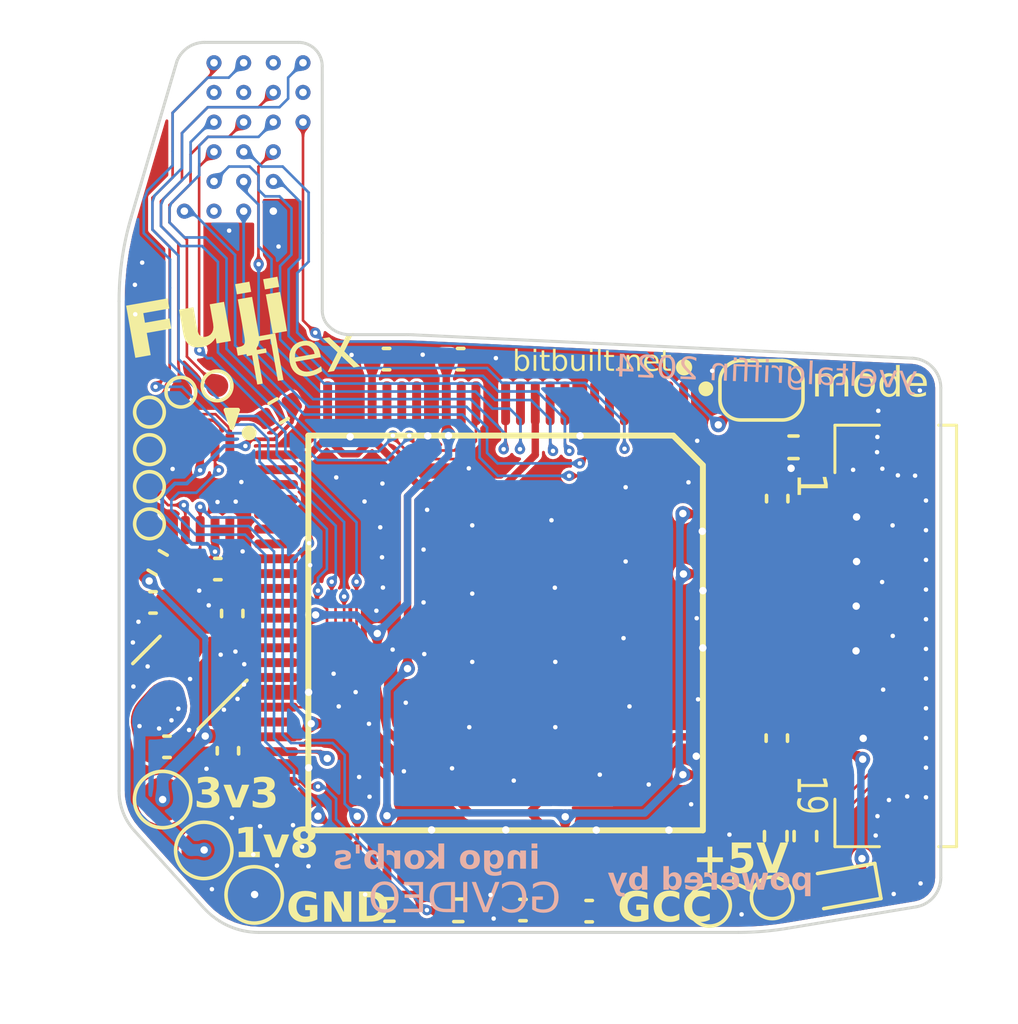
<source format=kicad_pcb>
(kicad_pcb (version 20240108) (generator "pcbnew") (generator_version "8.0")
  (layers (0 "F.Cu" signal) (31 "B.Cu" signal) (34 "B.Paste" user) (35 "F.Paste" user) (36 "B.SilkS" user "B.Silkscreen") (37 "F.SilkS" user "F.Silkscreen") (38 "B.Mask" user) (39 "F.Mask" user) (44 "Edge.Cuts" user))
  (net 0 "")
  (net 1 "GND")
  (net 2 "+1V2")
  (net 3 "+1V8")
  (net 4 "D2")
  (net 5 "D6")
  (net 6 "GCC")
  (net 7 "C")
  (net 8 "54MHz")
  (net 9 "D4")
  (net 10 "W")
  (net 11 "D")
  (net 12 "D0")
  (net 13 "CSEL")
  (net 14 "D5")
  (net 15 "D7")
  (net 16 "D3")
  (net 17 "D1")
  (net 18 "+3.3V")
  (net 19 "+5V")
  (net 20 "Net-(D1-K)")
  (net 21 "TMDS2-")
  (net 22 "TMDS2+")
  (net 23 "TMDS0+")
  (net 24 "TMDSClk+")
  (net 25 "TMDS1+")
  (net 26 "TMDSClk-")
  (net 27 "TMDS0-")
  (net 28 "TMDS1-")
  (net 29 "MOSI")
  (net 30 "CS")
  (net 31 "CLK")
  (net 32 "MISO")
  (net 33 "MODE")
  (net 34 "SDA")
  (net 35 "SCL")
  (net 36 "Net-(U2-VCC)")
  (net 37 "Net-(J1-Pad5)")
  (net 39 "Net-(J1-Pad4)")
  (net 42 "Net-(U1-DONE)")
  (net 43 "Net-(U1-PROG_B)")
  (net 44 "Net-(U1-IO_L10P_2{slash}INIT_B)")
  (footprint "SamacSys_Parts:TestPoint_Pad_D0.75mm" (layer "F.Cu") (at 133.102312 93.638242)
    (property "Reference" "TP11" (hide yes))
    (property "Value" "TestPoint")
  )
  (footprint "Capacitor_SMD:C_0402_1005Metric" (layer "F.Cu") (at 132.164541 100.721964 180)
    (property "Reference" "C2" (hide yes))
    (property "Value" "1uF")
  )
  (footprint "SamacSys_Parts:QFP50P1600X1600X120-100N" (layer "F.Cu") (at 144.05 101.75 -90)
    (property "Reference" "U1" (hide yes))
    (property "Value" "XC3S200A-4VQG100C" (hide yes))
  )
  (footprint "Diode_SMD:D_SOD-523" (layer "F.Cu") (at 155.357516 110.325 -170)
    (property "Reference" "D1" (hide yes))
    (property "Value" "BAT54XV2T1G")
  )
  (footprint "Capacitor_SMD:C_0402_1005Metric" (layer "F.Cu") (at 153.2063 97.2237 90)
    (property "Reference" "C9" (hide yes))
    (property "Value" "0.1uF")
  )
  (footprint "Capacitor_SMD:C_0402_1005Metric" (layer "F.Cu") (at 144.635 111.085 180)
    (property "Reference" "C3" (hide yes))
    (property "Value" "0.1uF")
  )
  (footprint "SamacSys_Parts:TestPoint_Pad_D0.75mm" (layer "F.Cu") (at 132.044004 98.074994)
    (property "Reference" "TP9" (hide yes))
    (property "Value" "TestPoint")
  )
  (footprint "SamacSys_Parts:TestPoint_Pad_D0.75mm" (layer "F.Cu") (at 134.325 93.425)
    (property "Reference" "TP10" (hide yes))
    (property "Value" "TestPoint")
  )
  (footprint "Resistor_SMD:R_0402_1005Metric" (layer "F.Cu") (at 153.755 95.495 180)
    (property "Reference" "R4" (hide yes))
    (property "Value" "4.7k")
  )
  (footprint "Resistor_SMD:R_0402_1005Metric" (layer "F.Cu") (at 136.400669 94.269738 -150)
    (property "Reference" "R5" (hide yes))
    (property "Value" "100K")
  )
  (footprint "Package_TO_SOT_SMD:SOT-23" (layer "F.Cu") (at 133.045 103.425 -135)
    (property "Reference" "U3" (hide yes))
    (property "Value" "AP2127N-1.2")
  )
  (footprint "Capacitor_SMD:C_0402_1005Metric" (layer "F.Cu") (at 132.635 105.585)
    (property "Reference" "C1" (hide yes))
    (property "Value" "1uF")
  )
  (footprint "Capacitor_SMD:C_0402_1005Metric" (layer "F.Cu") (at 134.835 101.095 90)
    (property "Reference" "C6" (hide yes))
    (property "Value" "0.1uF")
  )
  (footprint "TestPoint:TestPoint_Pad_D1.0mm" (layer "F.Cu") (at 150.925 110.925)
    (property "Reference" "TP4" (hide yes))
    (property "Value" "TestPoint")
  )
  (footprint "TestPoint:TestPoint_Pad_D1.0mm" (layer "F.Cu") (at 153.035 110.675)
    (property "Reference" "TP5" (hide yes))
    (property "Value" "TestPoint")
  )
  (footprint "Capacitor_SMD:C_0402_1005Metric" (layer "F.Cu") (at 142.535 92.525)
    (property "Reference" "C5" (hide yes))
    (property "Value" "0.1uF")
  )
  (footprint "Capacitor_SMD:C_0402_1005Metric" (layer "F.Cu") (at 153.191807 105.29281 -90)
    (property "Reference" "C4" (hide yes))
    (property "Value" "0.1uF")
  )
  (footprint "SamacSys_Parts:SON50P300X200X60-9N-D" (layer "F.Cu") (at 134.004134 96.886698 -90)
    (property "Reference" "U2" (hide yes))
    (property "Value" "AT25SF041B-MAHD-T" (hide yes))
  )
  (footprint "SamacSys_Parts:TestPoint_Pad_D0.75mm" (layer "F.Cu") (at 132.044004 95.574165)
    (property "Reference" "TP8" (hide yes))
    (property "Value" "TestPoint")
  )
  (footprint "Capacitor_SMD:C_0402_1005Metric" (layer "F.Cu") (at 140.0363 92.5237)
    (property "Reference" "C8" (hide yes))
    (property "Value" "0.1uF")
  )
  (footprint "SamacSys_Parts:TestPoint_Pad_D0.75mm" (layer "F.Cu") (at 132.044004 96.816179)
    (property "Reference" "TP7" (hide yes))
    (property "Value" "TestPoint")
  )
  (footprint "Capacitor_SMD:C_0402_1005Metric" (layer "F.Cu") (at 134.690014 105.719753 -90)
    (property "Reference" "C10" (hide yes))
    (property "Value" "0.1uF")
  )
  (footprint "Jumper:SolderJumper-2_P1.3mm_Open_RoundedPad1.0x1.5mm" (layer "F.Cu") (at 152.675 93.575)
    (property "Reference" "JP1" (hide yes))
    (property "Value" "SolderJumper_2_Open")
  )
  (footprint "Capacitor_SMD:C_0402_1005Metric" (layer "F.Cu") (at 134.349537 99.597334)
    (property "Reference" "C12" (hide yes))
    (property "Value" "0.1uF")
  )
  (footprint "Capacitor_SMD:C_0402_1005Metric" (layer "F.Cu") (at 146.8663 111.1237)
    (property "Reference" "C7" (hide yes))
    (property "Value" "0.1uF")
  )
  (footprint "SamacSys_Parts:TestPoint_Pad_D0.75mm" (layer "F.Cu") (at 132.044004 94.310938)
    (property "Reference" "TP6" (hide yes))
    (property "Value" "TestPoint")
  )
  (footprint "TestPoint:TestPoint_Pad_D1.5mm" (layer "F.Cu") (at 132.488415 107.362188 45)
    (property "Reference" "TP2" (hide yes))
    (property "Value" "TestPoint")
  )
  (footprint "TestPoint:TestPoint_Pad_D1.5mm" (layer "F.Cu") (at 133.875 109.075 45)
    (property "Reference" "TP1" (hide yes))
    (property "Value" "TestPoint")
  )
  (footprint "Resistor_SMD:R_0402_1005Metric" (layer "F.Cu") (at 154.155 108.595 90)
    (property "Reference" "R1" (hide yes))
    (property "Value" "10k")
  )
  (footprint "Resistor_SMD:R_0402_1005Metric" (layer "F.Cu") (at 153.155 108.595 90)
    (property "Reference" "R2" (hide yes))
    (property "Value" "10k")
  )
  (footprint "Resistor_SMD:R_0402_1005Metric" (layer "F.Cu") (at 140.135148 111.081628 180)
    (property "Reference" "R3" (hide yes))
    (property "Value" "330")
  )
  (footprint "TestPoint:TestPoint_Pad_D1.5mm" (layer "F.Cu") (at 135.575 110.575 45)
    (property "Reference" "TP3" (hide yes))
    (property "Value" "TestPoint")
  )
  (footprint "Resistor_SMD:R_0402_1005Metric" (layer "F.Cu") (at 132.320975 99.381166 -30)
    (property "Reference" "R6" (hide yes))
    (property "Value" "0")
  )
  (footprint "SamacSys_Parts:5052781933" (layer "F.Cu") (at 157.1 101.85 90)
    (property "Reference" "J1" (hide yes))
    (property "Value" "505278-1933" (hide yes))
  )
  (footprint "Resistor_SMD:R_0402_1005Metric" (layer "F.Cu") (at 142.455 111.095)
    (property "Reference" "R7" (hide yes))
    (property "Value" "4.7k")
  )
  (gr_line (start 134.82 94.8387) (end 134.62 94.2387) (stroke (width 0.15)) (layer "F.SilkS"))
  (gr_line (start 134.82 94.6387) (end 134.92 94.3387) (stroke (width 0.15)) (layer "F.SilkS"))
  (gr_line (start 135.02 94.2387) (end 134.82 94.8387) (stroke (width 0.15)) (layer "F.SilkS"))
  (gr_circle (center 150.065238 92.800771) (end 150.165238 92.600771) (stroke (width 0.1)) (fill solid) (layer "F.SilkS"))
  (gr_line (start 134.62 94.2387) (end 135.02 94.2387) (stroke (width 0.15)) (layer "F.SilkS"))
  (gr_line (start 151.744896 110.161173) (end 151.744896 109.961681) (stroke (width 0.12)) (layer "F.SilkS"))
  (gr_line (start 134.72 94.3387) (end 134.82 94.6387) (stroke (width 0.15)) (layer "F.SilkS"))
  (gr_line (start 134.92 94.3387) (end 134.72 94.3387) (stroke (width 0.15)) (layer "F.SilkS"))
  (gr_line (start 152.37511 110.451343) (end 151.744896 110.161173) (stroke (width 0.12)) (layer "F.SilkS"))
  (gr_line (start 140.936916 91.705677) (end 157.766792 92.494048) (stroke (width 0.1)) (layer "Edge.Cuts"))
  (gr_line (start 157.884399 110.977967) (end 153.536365 111.702639) (stroke (width 0.1)) (layer "Edge.Cuts"))
  (gr_arc (start 158.72 109.991573) (mid 158.48302 110.637948) (end 157.884399 110.977967) (stroke (width 0.1)) (layer "Edge.Cuts"))
  (gr_arc (start 140.702955 91.7002) (mid 140.819968 91.70157) (end 140.936916 91.705677) (stroke (width 0.1)) (layer "Edge.Cuts"))
  (gr_line (start 158.72 93.492953) (end 158.72 109.991573) (stroke (width 0.1)) (layer "Edge.Cuts"))
  (gr_arc (start 131.02 90.574467) (mid 131.121505 89.153274) (end 131.423958 87.760932) (stroke (width 0.1)) (layer "Edge.Cuts"))
  (gr_line (start 131.02 90.574467) (end 131.02 107.071228) (stroke (width 0.1)) (layer "Edge.Cuts"))
  (gr_arc (start 153.536365 111.702639) (mid 152.71718 111.804626) (end 151.892375 111.8387) (stroke (width 0.1)) (layer "Edge.Cuts"))
  (gr_line (start 138.791698 91.7002) (end 140.702955 91.7002) (stroke (width 0.1)) (layer "Edge.Cuts"))
  (gr_line (start 151.892375 111.8387) (end 135.733406 111.8387) (stroke (width 0.1)) (layer "Edge.Cuts"))
  (gr_arc (start 138.791698 91.7002) (mid 138.409015 91.624079) (end 138.084592 91.407306) (stroke (width 0.1)) (layer "Edge.Cuts"))
  (gr_line (start 132.97048 82.486254) (end 131.423958 87.760932) (stroke (width 0.1)) (layer "Edge.Cuts"))
  (gr_arc (start 131.533412 108.409157) (mid 131.152751 107.787757) (end 131.02 107.071228) (stroke (width 0.1)) (layer "Edge.Cuts"))
  (gr_line (start 137.8695 88.2712) (end 137.8695 90.888) (stroke (width 0.1)) (layer "Edge.Cuts"))
  (gr_arc (start 132.97048 82.486254) (mid 133.33809 82.026127) (end 133.900919 81.8527) (stroke (width 0.1)) (layer "Edge.Cuts"))
  (gr_line (start 133.900919 81.8527) (end 137.0666 81.8527) (stroke (width 0.1)) (layer "Edge.Cuts"))
  (gr_arc (start 137.0666 81.8528) (mid 137.633205 82.087495) (end 137.8679 82.6541) (stroke (width 0.1)) (layer "Edge.Cuts"))
  (gr_arc (start 135.733406 111.8387) (mid 134.71631 111.62245) (end 133.875171 111.011112) (stroke (width 0.1)) (layer "Edge.Cuts"))
  (gr_arc (start 157.766792 92.494048) (mid 158.443478 92.802584) (end 158.72 93.492953) (stroke (width 0.1)) (layer "Edge.Cuts"))
  (gr_line (start 131.533412 108.409157) (end 133.875171 111.011112) (stroke (width 0.1)) (layer "Edge.Cuts"))
  (gr_line (start 137.868 82.6541) (end 137.8695 88.2712) (stroke (width 0.1)) (layer "Edge.Cuts"))
  (gr_arc (start 138.084601 91.407299) (mid 137.925403 91.169043) (end 137.8695 90.888) (stroke (width 0.1)) (layer "Edge.Cuts"))
  (gr_text "yveltalgriffin 2024" (at 157.92 93.6387 357.7) (layer "B.SilkS") (effects (font (size 0.75 0.8) (thickness 0.125)) (justify left bottom mirror)))
  (gr_text "GCVIDEO" (at 145.913912 111.328571 0) (layer "B.SilkS") (effects (font (size 1 1)) (justify left bottom mirror)))
  (gr_text "powered by" (at 154.413912 110.528571 0) (layer "B.SilkS") (effects (font (size 0.75 0.75) (thickness 0.15) (bold yes)) (justify left bottom mirror)))
  (gr_text "ingo korb's" (at 145.213912 109.828571 0) (layer "B.SilkS") (effects (font (size 0.8 0.8) (thickness 0.2) (bold yes)) (justify left bottom mirror)))
  (gr_text "bitbuilt.net" (at 144.28 93.0387 0) (layer "F.SilkS") (effects (font (size 0.7 0.7) (thickness 0.125)) (justify left bottom)))
  (gr_text "GCC" (at 147.82 111.6387 0) (layer "F.SilkS") (effects (font (size 1 1) (thickness 0.2) (bold yes)) (justify left bottom)))
  (gr_text "19" (at 153.72 106.5387 270) (layer "F.SilkS") (effects (font (size 1 0.75)) (justify left bottom)))
  (gr_text "Fuji" (at 131.366385 92.818614 10) (layer "F.SilkS") (effects (font (size 1.75 2) (thickness 0.35) (bold yes) (italic yes)) (justify left bottom)))
  (gr_text "1" (at 153.72 96.3387 -90) (layer "F.SilkS") (effects (font (size 1 1)) (justify left bottom)))
  (gr_text "3v3" (at 133.543863 107.798807 0) (layer "F.SilkS") (effects (font (size 1 1) (thickness 0.2) (bold yes)) (justify left bottom)))
  (gr_text "flex" (at 135.496984 93.671254 10) (layer "F.SilkS") (effects (font (size 1.5 1.5) (thickness 0.15) (italic yes)) (justify left bottom)))
  (gr_text "GND" (at 136.657763 111.649292 0) (layer "F.SilkS") (effects (font (size 1 1) (thickness 0.2) (bold yes)) (justify left bottom)))
  (gr_text "+5V" (at 150.352554 109.999919 0) (layer "F.SilkS") (effects (font (size 1 1) (thickness 0.2) (bold yes)) (justify left bottom)))
  (gr_text "mode" (at 154.355288 93.952038 0) (layer "F.SilkS") (effects (font (size 1 1) (thickness 0.125)) (justify left bottom)))
  (gr_text "1v8" (at 134.888008 109.475519 0) (layer "F.SilkS") (effects (font (size 1 1) (thickness 0.2) (bold yes)) (justify left bottom)))
  (via (at 136.22 82.5387) (size 0.508) (drill 0.254) (layers "F.Cu" "B.Cu") (net 0))
  (via (at 135.22 83.5387) (size 0.508) (drill 0.254) (layers "F.Cu" "B.Cu") (net 0))
  (via (at 137.22 83.5387) (size 0.508) (drill 0.254) (layers "F.Cu" "B.Cu") (net 0))
  (via (at 134.22 83.5387) (size 0.508) (drill 0.254) (layers "F.Cu" "B.Cu") (net 0))
  (via (at 134.22 87.5387) (size 0.508) (drill 0.254) (layers "F.Cu" "B.Cu") (net 0))
  (segment (start 151.788 102.25) (end 150.700665 102.25) (width 0.25) (layer "F.Cu") (net 1))
  (segment (start 153.168997 105.75) (end 153.191807 105.77281) (width 0.25) (layer "F.Cu") (net 1))
  (segment (start 139.05 94.8987) (end 138.81 95.1387) (width 0.25) (layer "F.Cu") (net 1))
  (segment (start 150.629626 105.75) (end 151.788 105.75) (width 0.25) (layer "F.Cu") (net 1))
  (segment (start 137.4087 103.75) (end 137.41 103.7487) (width 0.25) (layer "F.Cu") (net 1))
  (segment (start 141.55 108.389599) (end 141.55379 108.385809) (width 0.25) (layer "F.Cu") (net 1))
  (segment (start 147.3463 110.715) (end 147.3463 111.1237) (width 0.25) (layer "F.Cu") (net 1))
  (segment (start 132.825 96.225) (end 133.05915 96.225) (width 0.25) (layer "F.Cu") (net 1))
  (segment (start 135.575603 110.575) (end 135.588415 110.562188) (width 0.25) (layer "F.Cu") (net 1))
  (segment (start 141.55 109.488) (end 141.55 108.389599) (width 0.25) (layer "F.Cu") (net 1))
  (segment (start 138.81 95.1387) (end 138.55 94.8787) (width 0.25) (layer "F.Cu") (net 1))
  (segment (start 154.95 99.35) (end 155.874183 99.35) (width 0.25) (layer "F.Cu") (net 1))
  (segment (start 147.05 109.488) (end 147.05 110.4187) (width 0.25) (layer "F.Cu") (net 1))
  (segment (start 155.857868 102.35) (end 155.861962 102.354094) (width 0.25) (layer "F.Cu") (net 1))
  (segment (start 150.775998 100.25) (end 150.700998 100.325) (width 0.25) (layer "F.Cu") (net 1))
  (segment (start 156.055928 105.35) (end 154.95 105.35) (width 0.25) (layer "F.Cu") (net 1))
  (segment (start 151.788 105.75) (end 153.168997 105.75) (width 0.25) (layer "F.Cu") (net 1))
  (segment (start 135.575 110.575) (end 135.575603 110.575) (width 0.25) (layer "F.Cu") (net 1))
  (segment (start 151.788 98.25) (end 150.75485 98.25) (width 0.25) (layer "F.Cu") (net 1))
  (segment (start 155.874183 99.35) (end 155.880131 99.344052) (width 0.25) (layer "F.Cu") (net 1))
  (segment (start 150.75485 98.25) (end 150.67985 98.325) (width 0.25) (layer "F.Cu") (net 1))
  (segment (start 136.312 106.25) (end 134.83 106.25) (width 0.25) (layer "F.Cu") (net 1))
  (segment (start 139.05 94.012) (end 139.05 94.8987) (width 0.25) (layer "F.Cu") (net 1))
  (segment (start 154.95 102.35) (end 155.857868 102.35) (width 0.25) (layer "F.Cu") (net 1))
  (segment (start 154.95 97.85) (end 155.872191 97.85) (width 0.25) (layer "F.Cu") (net 1))
  (segment (start 156.10429 105.301638) (end 156.055928 105.35) (width 0.25) (layer "F.Cu") (net 1))
  (segment (start 149.55 109.488) (end 149.55 108.397131) (width 0.25) (layer "F.Cu") (net 1))
  (segment (start 137.371981 106.25) (end 136.312 106.25) (width 0.25) (layer "F.Cu") (net 1))
  (segment (start 150.476706 105.90292) (end 150.629626 105.75) (width 0.25) (layer "F.Cu") (net 1))
  (segment (start 144.05 109.488) (end 144.05 108.391571) (width 0.25) (layer "F.Cu") (net 1))
  (segment (start 133.254134 96.030016) (end 133.254134 95.486698) (width 0.25) (layer "F.Cu") (net 1))
  (segment (start 155.872191 97.85) (end 155.880131 97.84206) (width 0.25) (layer "F.Cu") (net 1))
  (segment (start 149.55 108.397131) (end 149.555205 108.391926) (width 0.25) (layer "F.Cu") (net 1))
  (segment (start 146.55 95.0987) (end 146.56 95.1087) (width 0.25) (layer "F.Cu") (net 1))
  (segment (start 150.700665 102.25) (end 150.696622 102.254043) (width 0.25) (layer "F.Cu") (net 1))
  (segment (start 144.05 109.488) (end 144.05 110.98) (width 0.25) (layer "F.Cu") (net 1))
  (segment (start 147.05 110.4187) (end 147.3463 110.715) (width 0.25) (layer "F.Cu") (net 1))
  (segment (start 153.2063 96.7437) (end 153.2063 96.669764) (width 0.25) (layer "F.Cu") (net 1))
  (segment (start 141.425 95.1087) (end 141.55 94.9837) (width 0.25) (layer "F.Cu") (net 1))
  (segment (start 144.05 108.391571) (end 144.055762 108.385809) (width 0.25) (layer "F.Cu") (net 1))
  (segment (start 141.55 94.9837) (end 141.55 94.012) (width 0.25) (layer "F.Cu") (net 1))
  (segment (start 133.05915 96.225) (end 133.254134 96.030016) (width 0.25) (layer "F.Cu") (net 1))
  (segment (start 137.414067 106.292086) (end 137.371981 106.25) (width 0.25) (layer "F.Cu") (net 1))
  (segment (start 146.55 94.012) (end 146.55 95.0987) (width 0.25) (layer "F.Cu") (net 1))
  (segment (start 154.95 100.85) (end 155.864063 100.85) (width 0.25) (layer "F.Cu") (net 1))
  (segment (start 136.312 103.75) (end 137.4087 103.75) (width 0.25) (layer "F.Cu") (net 1))
  (segment (start 147.05 109.488) (end 147.05 108.446804) (width 0.25) (layer "F.Cu") (net 1))
  (segment (start 147.05 108.446804) (end 147.105727 108.391077) (width 0.25) (layer "F.Cu") (net 1))
  (segment (start 155.864063 100.85) (end 155.868018 100.846045) (width 0.25) (layer "F.Cu") (net 1))
  (segment (start 144.05 110.98) (end 144.155 111.085) (width 0.25) (layer "F.Cu") (net 1))
  (segment (start 153.2063 96.669764) (end 153.672734 96.20333) (width 0.25) (layer "F.Cu") (net 1))
  (segment (start 151.788 100.25) (end 150.775998 100.25) (width 0.25) (layer "F.Cu") (net 1))
  (segment (start 134.83 106.25) (end 134.835 106.255) (width 0.25) (layer "F.Cu") (net 1))
  (segment (start 138.55 94.8787) (end 138.55 94.012) (width 0.25) (layer "F.Cu") (net 1))
  (via (at 141.425 95.1087) (size 0.5) (drill 0.25) (layers "F.Cu" "B.Cu") (net 1))
  (via (at 136.341534 109.587605) (size 0.35) (drill 0.15) (layers "F.Cu" "B.Cu") (net 1))
  (via (at 138.252387 103.12377) (size 0.35) (drill 0.15) (layers "F.Cu" "B.Cu") (net 1))
  (via (at 142.244004 106.310938) (size 0.35) (drill 0.15) (layers "F.Cu" "B.Cu") (net 1))
  (via (at 140.62078 106.410938) (size 0.35) (drill 0.15) (layers "F.Cu" "B.Cu") (net 1))
  (via (at 136.22 87.5387) (size 0.508) (drill 0.254) (layers "F.Cu" "B.Cu") (net 1))
  (via (at 144.055762 108.385809) (size 0.5) (drill 0.25) (layers "F.Cu" "B.Cu") (net 1))
  (via (at 139.884004 99.200938) (size 0.35) (drill 0.15) (layers "F.Cu" "B.Cu") (net 1))
  (via (at 158.22 106.2887) (size 0.35) (drill 0.15) (layers "F.Cu" "B.Cu") (net 1))
  (via (at 135.588415 110.562188) (size 0.5) (drill 0.25) (layers "F.Cu" "B.Cu") (net 1))
  (via (at 137.41 103.7487) (size 0.5) (drill 0.25) (layers "F.Cu" "B.Cu") (net 1))
  (via (at 158.22 103.2887) (size 0.35) (drill 0.15) (layers "F.Cu" "B.Cu") (net 1))
  (via (at 134.042603 100.820059) (size 0.35) (drill 0.15) (layers "F.Cu" "B.Cu") (net 1))
  (via (at 146.56 95.1087) (size 0.5) (drill 0.25) (layers "F.Cu" "B.Cu") (net 1))
  (via (at 135.239338 102.80303) (size 0.35) (drill 0.15) (layers "F.Cu" "B.Cu") (net 1))
  (via (at 158.22 100.2887) (size 0.35) (drill 0.15) (layers "F.Cu" "B.Cu") (net 1))
  (via (at 138.425 104.225) (size 0.35) (drill 0.15) (layers "F.Cu" "B.Cu") (net 1))
  (via (at 156.524539 108.574248) (size 0.35) (drill 0.15) (layers "F.Cu" "B.Cu") (net 1))
  (via (at 156.741186 100.033597) (size 0.35) (drill 0.15) (layers "F.Cu" "B.Cu") (net 1))
  (via (at 141.284004 100.720938) (size 0.35) (drill 0.15) (layers "F.Cu" "B.Cu") (net 1))
  (via (at 137.40447 109.610222) (size 0.35) (drill 0.15) (layers "F.Cu" "B.Cu") (net 1))
  (via (at 141.404004 97.600938) (size 0.35) (drill 0.15) (layers "F.Cu" "B.Cu") (net 1))
  (via (at 150.700998 100.325) (size 0.5) (drill 0.25) (layers "F.Cu" "B.Cu") (net 1))
  (via (at 131.503815 103.555951) (size 0.35) (drill 0.15) (layers "F.Cu" "B.Cu") (net 1))
  (via (at 138.85659 92.383431) (size 0.35) (drill 0.15) (layers "F.Cu" "B.Cu") (net 1))
  (via (at 141.255116 92.3752) (size 0.35) (drill 0.15) (layers "F.Cu" "B.Cu") (net 1))
  (via (at 134.445234 102.482088) (size 0.35) (drill 0.15) (layers "F.Cu" "B.Cu") (net 1))
  (via (at 142.825 104.925) (size 0.35) (drill 0.15) (layers "F.Cu" "B.Cu") (net 1))
  (via (at 141.55379 108.385809) (size 0.5) (drill 0.25) (layers "F.Cu" "B.Cu") (net 1))
  (via (at 150.303887 107.522401) (size 0.35) (drill 0.15) (layers "F.Cu" "B.Cu") (net 1))
  (via (at 158.22 99.2887) (size 0.35) (drill 0.15) (layers "F.Cu" "B.Cu") (net 1))
  (via (at 137.18633 108.955803) (size 0.35) (drill 0.15) (layers "F.Cu" "B.Cu") (net 1))
  (via (at 158.22 101.2887) (size 0.35) (drill 0.15) (layers "F.Cu" "B.Cu") (net 1))
  (via (at 139.444004 104.810938) (size 0.35) (drill 0.15) (layers "F.Cu" "B.Cu") (net 1))
  (via (at 142.925 98.125) (size 0.35) (drill 0.15) (layers "F.Cu" "B.Cu") (net 1))
  (via (at 134.338611 97.338061) (size 0.35) (drill 0.15) (layers "F.Cu" "B.Cu") (net 1))
  (via (at 157.132418 110.54439) (size 0.35) (drill 0.15) (layers "F.Cu" "B.Cu") (net 1))
  (via (at 139.824004 98.190938) (size 0.35) (drill 0.15) (layers "F.Cu" "B.Cu") (net 1))
  (via (at 137.461146 99.46725) (size 0.35) (drill 0.15) (layers "F.Cu" "B.Cu") (net 1))
  (via (at 145.725 104.925) (size 0.35) (drill 0.15) (layers "F.Cu" "B.Cu") (net 1))
  (via (at 132.825 96.225) (size 0.35) (drill 0.15) (layers "F.Cu" "B.Cu") (net 1))
  (via (at 135.141658 96.664083) (size 0.35) (drill 0.15) (layers "F.Cu" "B.Cu") (net 1))
  (via (at 134.730298 88.194892) (size 0.35) (drill 0.15) (layers "F.Cu" "B.Cu") (net 1))
  (via (at 150.476706 105.90292) (size 0.5) (drill 0.25) (layers "F.Cu" "B.Cu") (net 1))
  (via (at 135.773164 108.263446) (size 0.35) (drill 0.15) (layers "F.Cu" "B.Cu") (net 1))
  (via (at 157.094421 98.126128) (size 0.35) (drill 0.15) (layers "F.Cu" "B.Cu") (net 1))
  (via (at 148.874481 106.856597) (size 0.35) (drill 0.15) (layers "F.Cu" "B.Cu") (net 1))
  (via (at 134.554259 104.336499) (size 0.35) (drill 0.15) (layers "F.Cu" "B.Cu") (net 1))
  (via (at 139.897378 96.716113) (size 0.35) (drill 0.15) (layers "F.Cu" "B.Cu") (net 1))
  (via (at 155.880131 97.84206) (size 0.5) (drill 0.25) (layers "F.Cu" "B.Cu") (net 1))
  (via (at 155.880131 99.344052) (size 0.5) (drill 0.25) (layers "F.Cu" "B.Cu") (net 1))
  (via (at 158.22 98.2887) (size 0.35) (drill 0.15) (layers "F.Cu" "B.Cu") (net 1))
  (via (at 150.696622 102.254043) (size 0.5) (drill 0.25) (layers "F.Cu" "B.Cu") (net 1))
  (via (at 142.925 102.725) (size 0.35) (drill 0.15) (layers "F.Cu" "B.Cu") (net 1))
  (via (at 145.725 102.725) (size 0.35) (drill 0.15) (layers "F.Cu" "B.Cu") (net 1))
  (via (at 140.684004 104.100938) (size 0.35) (drill 0.15) (layers "F.Cu" "B.Cu") (net 1))
  (via (at 156.77651 103.660142) (size 0.35) (drill 0.15) (layers "F.Cu" "B.Cu") (net 1))
  (via (at 150.536517 103.986454) (size 0.35) (drill 0.15) (layers "F.Cu" "B.Cu") (net 1))
  (via (at 151.012841 92.918627) (size 0.35) (drill 0.15) (layers "F.Cu" "B.Cu") (net 1))
  (via (at 148.095979 96.841545) (size 0.35) (drill 0.15) (layers "F.Cu" "B.Cu") (net 1))
  (via (at 138.341018 96.510362) (size 0.35) (drill 0.15) (layers "F.Cu" "B.Cu") (net 1))
  (via (at 152.004299 111.231592) (size 0.35) (drill 0.15) (layers "F.Cu" "B.Cu") (net 1))
  (via (at 149.555205 108.391926) (size 0.5) (drill 0.25) (layers "F.Cu" "B.Cu") (net 1))
  (via (at 156.570939 95.659709) (size 0.35) (drill 0.15) (layers "F.Cu" "B.Cu") (net 1))
  (via (at 157.852778 96.451106) (size 0.35) (drill 0.15) (layers "F.Cu" "B.Cu") (net 1))
  (via (at 136.395731 88.731491) (size 0.35) (drill 0.15) (layers "F.Cu" "B.Cu") (net 1))
  (via (at 156.971306 107.378845) (size 0.35) (drill 0.15) (layers "F.Cu" "B.Cu") (net 1))
  (via (at 139.914004 100.220938) (size 0.35) (drill 0.15) (layers "F.Cu" "B.Cu") (net 1))
  (via (at 156.611667 94.264093) (size 0.35) (drill 0.15) (layers "F.Cu" "B.Cu") (net 1))
  (via (at 139.111651 106.603688) (size 0.35) (drill 0.15) (layers "F.Cu" "B.Cu") (net 1))
  (via (at 139.462571 107.267591) (size 0.35) (drill 0.15) (layers "F.Cu" "B.Cu") (net 1))
  (via (at 135.54383 109.21602) (size 0.35) (drill 0.15) (layers "F.Cu" "B.Cu") (net 1))
  (via (at 139.294004 97.320938) (size 0.35) (drill 0.15) (layers "F.Cu" "B.Cu") (net 1))
  (via (at 157.273164 96.439959) (size 0.35) (drill 0.15) (layers "F.Cu" "B.Cu") (net 1))
  (via (at 158.22 97.2887) (size 0.35) (drill 0.15) (layers "F.Cu" "B.Cu") (net 1))
  (via (at 131.673263 101.373338) (size 0.35) (drill 0.15) (layers "F.Cu" "B.Cu") (net 1))
  (via (at 138.81 95.1387) (size 0.5) (drill 0.25) (layers "F.Cu" "B.Cu") (net 1))
  (via (at 157.1 101.85) (size 0.35) (drill 0.15) (layers "F.Cu" "B.Cu") (net 1))
  (via (at 143.540836 110.577625) (size 0.35) (drill 0.15) (layers "F.Cu" "B.Cu") (net 1))
  (via (at 141.284004 98.940938) (size 0.35) (drill 0.15) (layers "F.Cu" "B.Cu") (net 1))
  (via (at 156.10429 105.301638) (size 0.5) (drill 0.25) (layers "F.Cu" "B.Cu") (net 1))
  (via (at 145.709241 100.225914) (size 0.35) (drill 0.15) (layers "F.Cu" "B.Cu") (net 1))
  (via (at 133.380229 105.019771) (size 0.35) (drill 0.15) (layers "F.Cu" "B.Cu") (net 1))
  (via (at 133.413148 103.301006) (size 0.35) (drill 0.15) (layers "F.Cu" "B.Cu") (net 1))
  (via (at 158.22 105.2887) (size 0.35) (drill 0.15) (layers "F.Cu" "B.Cu") (net 1))
  (via (at 150.507974 95.275642) (size 0.35) (drill 0.15) (layers "F.Cu" "B.Cu") (net 1))
  (via (at 139.314354 110.560919) (size 0.35) (drill 0.15) (layers "F.Cu" "B.Cu") (net 1))
  (via (at 140.241539 102.311025) (size 0.35) (drill 0.15) (layers "F.Cu" "B.Cu") (net 1))
  (via (at 131.565873 91.012964) (size 0.35) (drill 0.15) (layers "F.Cu" "B.Cu") (net 1))
  (via (at 134.149049 110.382474) (size 0.35) (drill 0.15) (layers "F.Cu" "B.Cu") (net 1))
  (via (at 158.22 104.2887) (size 0.35) (drill 0.15) (layers "F.Cu" "B.Cu") (net 1))
  (via (at 131.486039 102.07067) (size 0.35) (drill 0.15) (layers "F.Cu" "B.Cu") (net 1))
  (via (at 142.925 100.425) (size 0.35) (drill 0.15) (layers "F.Cu" "B.Cu") (net 1))
  (via (at 157.58712 107.258097) (size 0.35) (drill 0.15) (layers "F.Cu" "B.Cu") (net 1))
  (via (at 155.861962 102.354094) (size 0.5) (drill 0.25) (layers "F.Cu" "B.Cu") (net 1))
  (via (at 155.868018 100.846045) (size 0.5) (drill 0.25) (layers "F.Cu" "B.Cu") (net 1))
  (via (at 135.230275 103.487332) (size 0.35) (drill 0.15) (layers "F.Cu" "B.Cu") (net 1))
  (via (at 150.491716 101.253603) (size 0.35) (drill 0.15) (layers "F.Cu" "B.Cu") (net 1))
  (via (at 135.012748 103.972234) (size 0.35) (drill 0.15) (layers "F.Cu" "B.Cu") (net 1))
  (via (at 158.22 102.2887) (size 0.35) (drill 0.15) (layers "F.Cu" "B.Cu") (net 1))
  (via (at 131.983508 102.878385) (size 0.35) (drill 0.15) (layers "F.Cu" "B.Cu") (net 1))
  (via (at 144.325 106.725) (size 0.35) (drill 0.15) (layers "F.Cu" "B.Cu") (net 1))
  (via (at 138.99453 103.743917) (size 0.35) (drill 0.15) (layers "F.Cu" "B.Cu") (net 1))
  (via (at 145.595587 97.95283) (size 0.35) (drill 0.15) (layers "F.Cu" "B.Cu") (net 1))
  (via (at 141.30786 102.460706) (size 0.35) (drill 0.15) (layers "F.Cu" "B.Cu") (net 1))
  (via (at 156.749281 96.217031) (size 0.35) (drill 0.15) (layers "F.Cu" "B.Cu") (net 1))
  (via (at 147.105727 108.391077) (size 0.5) (drill 0.25) (layers "F.Cu" "B.Cu") (net 1))
  (via (at 131.798719 89.27275) (size 0.35) (drill 0.15) (layers "F.Cu" "B.Cu") (net 1))
  (via (at 156.582085 95.146974) (size 0.35) (drill 0.15) (layers "F.Cu" "B.Cu") (net 1))
  (via (at 150.67985 98.325) (size 0.5) (drill 0.25) (layers "F.Cu" "B.Cu") (net 1))
  (via (at 133.966968 106.327142) (size 0.35) (drill 0.15) (layers "F.Cu" "B.Cu") (net 1))
  (via (at 153.672734 96.20333) (size 0.5) (drill 0.25) (layers "F.Cu" "B.Cu") (net 1))
  (via (at 158.012832 93.581172) (size 0.35) (drill 0.15) (layers "F.Cu" "B.Cu") (net 1))
  (via (at 151.594642 108.544115) (size 0.35) (drill 0.15) (layers "F.Cu" "B.Cu") (net 1))
  (via (at 135.184795 99.002273) (size 0.35) (drill 0.15) (layers "F.Cu" "B.Cu") (net 1))
  (via (at 131.553618 90.020307) (size 0.35) (drill 0.15) (layers "F.Cu" "B.Cu") (net 1))
  (via (at 158.22 107.2887) (size 0.35) (drill 0.15) (layers "F.Cu" "B.Cu") (net 1))
  (via (at 148.025 101.925) (size 0.35) (drill 0.15) (layers "F.Cu" "B.Cu") (net 1))
  (via (at 143.72192 92.490754) (size 0.35) (drill 0.15) (layers "F.Cu" "B.Cu") (net 1))
  (via (at 143.646969 111.373266) (size 0.35) (drill 0.15) (layers "F.Cu" "B.Cu") (net 1))
  (via (at 147.225 106.525) (size 0.35) (drill 0.15) (layers "F.Cu" "B.Cu") (net 1))
  (via (at 148.095979 99.341937) (size 0.35) (drill 0.15) (layers "F.Cu" "B.Cu") (net 1))
  (via (at 137.414067 106.292086) (size 0.5) (drill 0.25) (layers "F.Cu" "B.Cu") (net 1))
  (via (at 156.584913 107.92221) (size 0.35) (drill 0.15) (layers "F.Cu" "B.Cu") (net 1))
  (via (at 133.721817 100.324299) (size 0.35) (drill 0.15) (layers "F.Cu" "B.Cu") (net 1))
  (via (at 139.694004 101.000938) (size 0.35) (drill 0.15) (layers "F.Cu" "B.Cu") (net 1))
  (via (at 150.213951 96.674958) (size 0.35) (drill 0.15) (layers "F.Cu" "B.Cu") (net 1))
  (via (at 155.763903 96.253983) (size 0.35) (drill 0.15) (layers "F.Cu" "B.Cu") (net 1))
  (via (at 136.882832 108.225509) (size 0.35) (drill 0.15) (layers "F.Cu" "B.Cu") (net 1))
  (via (at 134.951497 97.325438) (size 0.35) (drill 0.15) (layers "F.Cu" "B.Cu") (net 1))
  (via (at 134.942385 102.377134) (size 0.35) (drill 0.15) (layers "F.Cu" "B.Cu") (net 1))
  (via (at 158.037198 110.188315) (size 0.35) (drill 0.15) (layers "F.Cu" "B.Cu") (net 1))
  (via (at 134.824731 107.978916) (size 0.35) (drill 0.15) (layers "F.Cu" "B.Cu") (net 1))
  (via (at 148.225 104.225) (size 0.35) (drill 0.15) (layers "F.Cu" "B.Cu") (net 1))
  (via (at 142.809733 96.204031) (size 0.35) (drill 0.15) (layers "F.Cu" "B.Cu") (net 1))
  (segment (start 142.05 92.53) (end 142.055 92.525) (width 0.25) (layer "F.Cu") (net 2))
  (segment (start 144.925 107.861934) (end 144.925 107.725) (width 0.25) (layer "F.Cu") (net 2))
  (segment (start 135.282842 101.575) (end 134.835 101.575) (width 0.25) (layer "F.Cu") (net 2))
  (segment (start 149.734942 105.25) (end 147.617028 107.367914) (width 0.25) (layer "F.Cu") (net 2))
  (segment (start 135.457842 101.75) (end 135.282842 101.575) (width 0.25) (layer "F.Cu") (net 2))
  (segment (start 144.925 107.725) (end 144.838911 107.811089) (width 0.25) (layer "F.Cu") (net 2))
  (segment (start 152.754617 105.25) (end 153.191807 104.81281) (width 0.25) (layer "F.Cu") (net 2))
  (segment (start 145.55 109.488) (end 145.55 108.486934) (width 0.25) (layer "F.Cu") (net 2))
  (segment (start 145.55 109.488) (end 145.55 110.65) (width 0.25) (layer "F.Cu") (net 2))
  (segment (start 151.788 105.25) (end 149.734942 105.25) (width 0.25) (layer "F.Cu") (net 2))
  (segment (start 136.312 101.75) (end 135.457842 101.75) (width 0.25) (layer "F.Cu") (net 2))
  (segment (start 145.55 110.65) (end 145.115 111.085) (width 0.25) (layer "F.Cu") (net 2))
  (segment (start 139.725 103.636028) (end 139.725 101.767776) (width 0.25) (layer "F.Cu") (net 2))
  (segment (start 145.282086 107.367914) (end 144.925 107.725) (width 0.25) (layer "F.Cu") (net 2))
  (segment (start 142.05 94.012) (end 142.05 92.53) (width 0.25) (layer "F.Cu") (net 2))
  (segment (start 137.03744 101.75) (end 136.312 101.75) (width 0.25) (layer "F.Cu") (net 2))
  (segment (start 142.05 94.012) (end 142.05 95.026715) (width 0.25) (layer "F.Cu") (net 2))
  (segment (start 133.036161 102.090336) (end 133.551497 101.575) (width 0.4) (layer "F.Cu") (net 2))
  (segment (start 144.838911 107.811089) (end 142.844155 107.811089) (width 0.25) (layer "F.Cu") (net 2))
  (segment (start 151.788 105.25) (end 152.754617 105.25) (width 0.25) (layer "F.Cu") (net 2))
  (segment (start 147.617028 107.367914) (end 145.282086 107.367914) (width 0.25) (layer "F.Cu") (net 2))
  (segment (start 137.645131 101.142309) (end 137.03744 101.75) (width 0.25) (layer "F.Cu") (net 2))
  (segment (start 142.844155 107.811089) (end 140.042347 105.009281) (width 0.25) (layer "F.Cu") (net 2))
  (segment (start 133.551497 101.575) (end 134.835 101.575) (width 0.4) (layer "F.Cu") (net 2))
  (segment (start 145.55 108.486934) (end 144.925 107.861934) (width 0.25) (layer "F.Cu") (net 2))
  (segment (start 139.725 103.636028) (end 140.042347 105.009281) (width 0.25) (layer "F.Cu") (net 2))
  (segment (start 142.05 95.026715) (end 142.124967 95.101682) (width 0.25) (layer "F.Cu") (net 2))
  (via (at 137.645131 101.142309) (size 0.5) (drill 0.25) (layers "F.Cu" "B.Cu") (net 2))
  (via (at 139.725 101.767776) (size 0.5) (drill 0.25) (layers "F.Cu" "B.Cu") (net 2))
  (via (at 142.124967 95.101682) (size 0.5) (drill 0.25) (layers "F.Cu" "B.Cu") (net 2))
  (segment (start 142.125 95.221939) (end 142.125 95.770113) (width 0.25) (layer "B.Cu") (net 2))
  (segment (start 142.124967 95.101682) (end 142.124967 95.221906) (width 0.25) (layer "B.Cu") (net 2))
  (segment (start 137.645131 101.142309) (end 139.013958 101.142309) (width 0.25) (layer "B.Cu") (net 2))
  (segment (start 142.124967 95.221906) (end 142.125 95.221939) (width 0.25) (layer "B.Cu") (net 2))
  (segment (start 140.744004 97.151109) (end 140.744004 100.748772) (width 0.25) (layer "B.Cu") (net 2))
  (segment (start 139.639425 101.767776) (end 139.725 101.767776) (width 0.25) (layer "B.Cu") (net 2))
  (segment (start 140.744004 100.748772) (end 139.725 101.767776) (width 0.25) (layer "B.Cu") (net 2))
  (segment (start 142.125 95.770113) (end 140.744004 97.151109) (width 0.25) (layer "B.Cu") (net 2))
  (segment (start 139.013958 101.142309) (end 139.639425 101.767776) (width 0.25) (layer "B.Cu") (net 2))
  (segment (start 133.875603 109.075) (end 133.888415 109.062188) (width 0.25) (layer "F.Cu") (net 3))
  (segment (start 133.875 109.075) (end 133.875603 109.075) (width 0.25) (layer "F.Cu") (net 3))
  (via (at 132.786053 104.692584) (size 0.35) (drill 0.15) (layers "F.Cu" "B.Cu") (net 3))
  (via (at 133.888415 109.062188) (size 0.5) (drill 0.25) (layers "F.Cu" "B.Cu") (net 3))
  (via (at 132.368903 104.968878) (size 0.35) (drill 0.15) (layers "F.Cu" "B.Cu") (net 3))
  (via (at 131.708058 104.888756) (size 0.35) (drill 0.15) (layers "F.Cu" "B.Cu") (net 3))
  (via (at 133.019007 104.302521) (size 0.35) (drill 0.15) (layers "F.Cu" "B.Cu") (net 3))
  (segment (start 131.708058 104.888756) (end 131.708058 107.343951) (width 0.4) (layer "B.Cu") (net 3))
  (segment (start 133.426295 109.062188) (end 133.888415 109.062188) (width 0.4) (layer "B.Cu") (net 3))
  (segment (start 131.708058 107.343951) (end 133.426295 109.062188) (width 0.4) (layer "B.Cu") (net 3))
  (segment (start 146.196708 95.61613) (end 146.05 95.469422) (width 0.0889) (layer "F.Cu") (net 4))
  (segment (start 146.05 95.469422) (end 146.05 94.012) (width 0.0889) (layer "F.Cu") (net 4))
  (via (at 136.22 86.5387) (size 0.508) (drill 0.254) (layers "F.Cu" "B.Cu") (net 4))
  (via (at 146.196708 95.61613) (size 0.35) (drill 0.15) (layers "F.Cu" "B.Cu") (net 4))
  (segment (start 146.047785 94.547785) (end 145.1139 93.6139) (width 0.0889) (layer "B.Cu") (net 4))
  (segment (start 136.4387 86.5387) (end 136.22 86.5387) (width 0.0889) (layer "B.Cu") (net 4))
  (segment (start 137.120773 89.120661) (end 137.120773 87.220773) (width 0.0889) (layer "B.Cu") (net 4))
  (segment (start 136.7361 91.744666) (end 136.7361 89.505334) (width 0.0889) (layer "B.Cu") (net 4))
  (segment (start 143.809617 93.6139) (end 143.282386 93.086669) (width 0.0889) (layer "B.Cu") (net 4))
  (segment (start 143.282386 93.086669) (end 138.078103 93.086669) (width 0.0889) (layer "B.Cu") (net 4))
  (segment (start 137.120773 87.220773) (end 136.4387 86.5387) (width 0.0889) (layer "B.Cu") (net 4))
  (segment (start 145.1139 93.6139) (end 143.809617 93.6139) (width 0.0889) (layer "B.Cu") (net 4))
  (segment (start 146.196708 95.61613) (end 146.047785 95.467207) (width 0.0889) (layer "B.Cu") (net 4))
  (segment (start 146.047785 95.467207) (end 146.047785 94.547785) (width 0.0889) (layer "B.Cu") (net 4))
  (segment (start 136.7361 89.505334) (end 137.120773 89.120661) (width 0.0889) (layer "B.Cu") (net 4))
  (segment (start 138.078103 93.086669) (end 136.7361 91.744666) (width 0.0889) (layer "B.Cu") (net 4))
  (segment (start 140.250038 95.098688) (end 140.250038 95.155311) (width 0.0889) (layer "F.Cu") (net 5))
  (segment (start 140.250038 95.155311) (end 140.986777 95.89205) (width 0.0889) (layer "F.Cu") (net 5))
  (segment (start 142.442423 95.89205) (end 143.05 95.284473) (width 0.0889) (layer "F.Cu") (net 5))
  (segment (start 143.05 95.284473) (end 143.05 94.012) (width 0.0889) (layer "F.Cu") (net 5))
  (segment (start 140.986777 95.89205) (end 142.442423 95.89205) (width 0.0889) (layer "F.Cu") (net 5))
  (via (at 136.22 84.5387) (size 0.508) (drill 0.254) (layers "F.Cu" "B.Cu") (net 5))
  (via (at 140.250038 95.098688) (size 0.35) (drill 0.15) (layers "F.Cu" "B.Cu") (net 5))
  (segment (start 132.72155 87.92155) (end 133.225 88.425) (width 0.0889) (layer "B.Cu") (net 5))
  (segment (start 132.72155 87.425) (end 132.72155 87.92155) (width 0.0889) (layer "B.Cu") (net 5))
  (segment (start 138.243542 95.636271) (end 138.243841 95.635972) (width 0.0889) (layer "B.Cu") (net 5))
  (segment (start 134.6422 92.179098) (end 137.625 95.161898) (width 0.0889) (layer "B.Cu") (net 5))
  (segment (start 135.72155 85.03715) (end 134.016635 85.03715) (width 0.0889) (layer "B.Cu") (net 5))
  (segment (start 137.833926 95.636271) (end 138.243542 95.636271) (width 0.0889) (layer "B.Cu") (net 5))
  (segment (start 133.225 88.425) (end 133.933566 88.425) (width 0.0889) (layer "B.Cu") (net 5))
  (segment (start 134.6422 89.133634) (end 134.6422 92.179098) (width 0.0889) (layer "B.Cu") (net 5))
  (segment (start 137.625 95.161898) (end 137.625 95.427345) (width 0.0889) (layer "B.Cu") (net 5))
  (segment (start 137.625 95.427345) (end 137.833926 95.636271) (width 0.0889) (layer "B.Cu") (net 5))
  (segment (start 133.72155 86.32845) (end 132.775 87.275) (width 0.0889) (layer "B.Cu") (net 5))
  (segment (start 132.775 87.275) (end 132.72155 87.425) (width 0.0889) (layer "B.Cu") (net 5))
  (segment (start 134.016635 85.03715) (end 133.72155 85.332235) (width 0.0889) (layer "B.Cu") (net 5))
  (segment (start 138.243841 95.635972) (end 139.769318 95.635972) (width 0.0889) (layer "B.Cu") (net 5))
  (segment (start 133.933566 88.425) (end 134.6422 89.133634) (width 0.0889) (layer "B.Cu") (net 5))
  (segment (start 136.22 84.5387) (end 135.72155 85.03715) (width 0.0889) (layer "B.Cu") (net 5))
  (segment (start 140.250038 95.155252) (end 140.250038 95.098688) (width 0.0889) (layer "B.Cu") (net 5))
  (segment (start 139.769318 95.635972) (end 140.250038 95.155252) (width 0.0889) (layer "B.Cu") (net 5))
  (segment (start 133.72155 85.332235) (end 133.72155 86.32845) (width 0.0889) (layer "B.Cu") (net 5))
  (segment (start 150.925 110.925) (end 149.325 110.925) (width 0.25) (layer "F.Cu") (net 6))
  (segment (start 149.325 110.925) (end 149.05 110.65) (width 0.25) (layer "F.Cu") (net 6))
  (segment (start 149.05 110.65) (end 149.05 109.488) (width 0.25) (layer "F.Cu") (net 6))
  (segment (start 138.606281 102.160851) (end 138.606281 100.524248) (width 0.0889) (layer "F.Cu") (net 7))
  (segment (start 136.312 103.25) (end 137.517132 103.25) (width 0.0889) (layer "F.Cu") (net 7))
  (segment (start 137.517132 103.25) (end 138.606281 102.160851) (width 0.0889) (layer "F.Cu") (net 7))
  (via (at 138.606281 100.524248) (size 0.35) (drill 0.15) (layers "F.Cu" "B.Cu") (net 7))
  (via (at 137.22 82.5387) (size 0.508) (drill 0.254) (layers "F.Cu" "B.Cu") (net 7))
  (segment (start 133.14375 86.089118) (end 132.218113 87.014755) (width 0.0889) (layer "B.Cu") (net 7))
  (segment (start 134.01285 84.03715) (end 133.14375 84.90625) (width 0.0889) (layer "B.Cu") (net 7))
  (segment (start 136.71845 83.745165) (end 136.426465 84.03715) (width 0.0889) (layer "B.Cu") (net 7))
  (segment (start 132.14375 88.160882) (end 133.025 89.042132) (width 0.0889) (layer "B.Cu") (net 7))
  (segment (start 136.71845 83.04025) (end 136.71845 83.745165) (width 0.0889) (layer "B.Cu") (net 7))
  (segment (start 132.20797 87.040722) (end 132.14375 87.225) (width 0.0889) (layer "B.Cu") (net 7))
  (segment (start 133.025 92.525) (end 134.942178 94.442178) (width 0.0889) (layer "B.Cu") (net 7))
  (segment (start 135.678932 94.442178) (end 136.3361 95.099346) (width 0.0889) (layer "B.Cu") (net 7))
  (segment (start 138.606281 98.014847) (end 138.606281 100.524248) (width 0.0889) (layer "B.Cu") (net 7))
  (segment (start 136.3361 95.099346) (end 136.3361 95.744666) (width 0.0889) (layer "B.Cu") (net 7))
  (segment (start 132.14375 87.225) (end 132.14375 88.160882) (width 0.0889) (layer "B.Cu") (net 7))
  (segment (start 137.22 82.5387) (end 136.71845 83.04025) (width 0.0889) (layer "B.Cu") (net 7))
  (segment (start 134.942178 94.442178) (end 135.678932 94.442178) (width 0.0889) (layer "B.Cu") (net 7))
  (segment (start 136.3361 95.744666) (end 138.606281 98.014847) (width 0.0889) (layer "B.Cu") (net 7))
  (segment (start 132.218113 87.014755) (end 132.20797 87.040722) (width 0.0889) (layer "B.Cu") (net 7))
  (segment (start 133.14375 84.90625) (end 133.14375 86.089118) (width 0.0889) (layer "B.Cu") (net 7))
  (segment (start 136.426465 84.03715) (end 134.01285 84.03715) (width 0.0889) (layer "B.Cu") (net 7))
  (segment (start 133.025 89.042132) (end 133.025 92.525) (width 0.0889) (layer "B.Cu") (net 7))
  (segment (start 133.71845 86.04025) (end 133.71845 92.217494) (width 0.0889) (layer "F.Cu") (net 8))
  (segment (start 133.71845 92.217494) (end 133.7263 92.225344) (width 0.0889) (layer "F.Cu") (net 8))
  (segment (start 139.025 102.961694) (end 137.736694 104.25) (width 0.0889) (layer "F.Cu") (net 8))
  (segment (start 137.736694 104.25) (end 136.312 104.25) (width 0.0889) (layer "F.Cu") (net 8))
  (segment (start 139.025 100.025) (end 139.025 102.961694) (width 0.0889) (layer "F.Cu") (net 8))
  (segment (start 134.22 85.5387) (end 133.71845 86.04025) (width 0.0889) (layer "F.Cu") (net 8))
  (via (at 139.025 100.025) (size 0.35) (drill 0.15) (layers "F.Cu" "B.Cu") (net 8))
  (via (at 134.22 85.5387) (size 0.508) (drill 0.254) (layers "F.Cu" "B.Cu") (net 8))
  (via (at 133.7263 92.225344) (size 0.35) (drill 0.15) (layers "F.Cu" "B.Cu") (net 8))
  (segment (start 139.025 100.025) (end 139.025 98.025) (width 0.0889) (layer "B.Cu") (net 8))
  (segment (start 136.625 94.97968) (end 134.137663 92.492343) (width 0.0889) (layer "B.Cu") (net 8))
  (segment (start 136.625 95.625) (end 136.625 94.97968) (width 0.0889) (layer "B.Cu") (net 8))
  (segment (start 133.993299 92.492343) (end 133.7263 92.225344) (width 0.0889) (layer "B.Cu") (net 8))
  (segment (start 139.025 98.025) (end 136.625 95.625) (width 0.0889) (layer "B.Cu") (net 8))
  (segment (start 134.137663 92.492343) (end 133.993299 92.492343) (width 0.0889) (layer "B.Cu") (net 8))
  (segment (start 144.532824 95.557683) (end 144.55 95.540507) (width 0.0889) (layer "F.Cu") (net 9))
  (segment (start 144.55 95.540507) (end 144.55 94.012) (width 0.0889) (layer "F.Cu") (net 9))
  (via (at 135.22 86.5387) (size 0.508) (drill 0.254) (layers "F.Cu" "B.Cu") (net 9))
  (via (at 144.532824 95.557683) (size 0.35) (drill 0.15) (layers "F.Cu" "B.Cu") (net 9))
  (segment (start 136.1583 89.1583) (end 135.72155 88.72155) (width 0.0889) (layer "B.Cu") (net 9))
  (segment (start 135.72155 87.32155) (end 135.22 86.82) (width 0.0889) (layer "B.Cu") (net 9))
  (segment (start 143.035006 93.615478) (end 137.78978 93.615478) (width 0.0889) (layer "B.Cu") (net 9))
  (segment (start 144.550052 94.557754) (end 144.183998 94.1917) (width 0.0889) (layer "B.Cu") (net 9))
  (segment (start 144.550052 95.540455) (end 144.550052 94.557754) (width 0.0889) (layer "B.Cu") (net 9))
  (segment (start 143.611228 94.1917) (end 143.035006 93.615478) (width 0.0889) (layer "B.Cu") (net 9))
  (segment (start 136.1583 91.983998) (end 136.1583 89.1583) (width 0.0889) (layer "B.Cu") (net 9))
  (segment (start 144.532824 95.557683) (end 144.550052 95.540455) (width 0.0889) (layer "B.Cu") (net 9))
  (segment (start 135.22 86.82) (end 135.22 86.5387) (width 0.0889) (layer "B.Cu") (net 9))
  (segment (start 137.78978 93.615478) (end 136.1583 91.983998) (width 0.0889) (layer "B.Cu") (net 9))
  (segment (start 144.183998 94.1917) (end 143.611228 94.1917) (width 0.0889) (layer "B.Cu") (net 9))
  (segment (start 135.72155 88.72155) (end 135.72155 87.32155) (width 0.0889) (layer "B.Cu") (net 9))
  (segment (start 132.825 84.225) (end 132.825 86.407868) (width 0.0889) (layer "F.Cu") (net 10))
  (segment (start 132.14375 88.158657) (end 132.725 88.739907) (width 0.0889) (layer "F.Cu") (net 10))
  (segment (start 136.312 102.25) (end 137.7 102.25) (width 0.0889) (layer "F.Cu") (net 10))
  (segment (start 134.22 82.83) (end 132.825 84.225) (width 0.0889) (layer "F.Cu") (net 10))
  (segment (start 134.22 82.5387) (end 134.22 82.83) (width 0.0889) (layer "F.Cu") (net 10))
  (segment (start 132.725 88.739907) (end 132.725 92.982847) (width 0.0889) (layer "F.Cu") (net 10))
  (segment (start 132.825 86.407868) (end 132.14375 87.089118) (width 0.0889) (layer "F.Cu") (net 10))
  (segment (start 132.725 92.982847) (end 132.250725 93.457122) (width 0.0889) (layer "F.Cu") (net 10))
  (segment (start 137.7 102.25) (end 138.028481 101.921519) (width 0.0889) (layer "F.Cu") (net 10))
  (segment (start 138.028481 100.948206) (end 137.725 100.644725) (width 0.0889) (layer "F.Cu") (net 10))
  (segment (start 138.028481 101.921519) (end 138.028481 100.948206) (width 0.0889) (layer "F.Cu") (net 10))
  (segment (start 132.14375 87.089118) (end 132.14375 88.158657) (width 0.0889) (layer "F.Cu") (net 10))
  (segment (start 137.725 100.644725) (end 137.725 100.325) (width 0.0889) (layer "F.Cu") (net 10))
  (via (at 137.725 100.325) (size 0.35) (drill 0.15) (layers "F.Cu" "B.Cu") (net 10))
  (via (at 132.250725 93.457122) (size 0.35) (drill 0.15) (layers "F.Cu" "B.Cu") (net 10))
  (via (at 134.22 82.5387) (size 0.508) (drill 0.254) (layers "F.Cu" "B.Cu") (net 10))
  (segment (start 138.025 98.250698) (end 138.025 99.593639) (width 0.0889) (layer "B.Cu") (net 10))
  (segment (start 135.7583 95.983998) (end 138.025 98.250698) (width 0.0889) (layer "B.Cu") (net 10))
  (segment (start 135.7583 95.338678) (end 135.7583 95.983998) (width 0.0889) (layer "B.Cu") (net 10))
  (segment (start 134.702846 95.019978) (end 135.4396 95.019978) (width 0.0889) (layer "B.Cu") (net 10))
  (segment (start 137.725 99.893639) (end 137.725 100.325) (width 0.0889) (layer "B.Cu") (net 10))
  (segment (start 133.13999 93.457122) (end 134.702846 95.019978) (width 0.0889) (layer "B.Cu") (net 10))
  (segment (start 138.025 99.593639) (end 137.725 99.893639) (width 0.0889) (layer "B.Cu") (net 10))
  (segment (start 132.250725 93.457122) (end 133.13999 93.457122) (width 0.0889) (layer "B.Cu") (net 10))
  (segment (start 135.4396 95.019978) (end 135.7583 95.338678) (width 0.0889) (layer "B.Cu") (net 10))
  (segment (start 138.317381 100.82854) (end 138.317381 102.041185) (width 0.0889) (layer "F.Cu") (net 11))
  (segment (start 137.608566 102.75) (end 136.312 102.75) (width 0.0889) (layer "F.Cu") (net 11))
  (segment (start 138.186831 100.025) (end 138.186831 100.69799) (width 0.0889) (layer "F.Cu") (net 11))
  (segment (start 138.317381 102.041185) (end 137.608566 102.75) (width 0.0889) (layer "F.Cu") (net 11))
  (segment (start 138.186831 100.69799) (end 138.317381 100.82854) (width 0.0889) (layer "F.Cu") (net 11))
  (via (at 138.186831 100.025) (size 0.35) (drill 0.15) (layers "F.Cu" "B.Cu") (net 11))
  (via (at 135.22 82.5387) (size 0.508) (drill 0.254) (layers "F.Cu" "B.Cu") (net 11))
  (segment (start 136.0472 95.864332) (end 138.325 98.142132) (width 0.0889) (layer "B.Cu") (net 11))
  (segment (start 132.825 85.525) (end 132.825 85.999302) (width 0.0889) (layer "B.Cu") (net 11))
  (segment (start 132.825 85.999302) (end 132.312151 86.512151) (width 0.0889) (layer "B.Cu") (net 11))
  (segment (start 132.7361 89.161798) (end 132.7361 90.125) (width 0.0889) (layer "B.Cu") (net 11))
  (segment (start 133.325 83.725) (end 132.825 84.225) (width 0.0889) (layer "B.Cu") (net 11))
  (segment (start 134.00975 83.04025) (end 133.325 83.725) (width 0.0889) (layer "B.Cu") (net 11))
  (segment (start 131.971035 86.853267) (end 131.852704 87.156194) (width 0.0889) (layer "B.Cu") (net 11))
  (segment (start 134.822512 94.731078) (end 135.559266 94.731078) (width 0.0889) (layer "B.Cu") (net 11))
  (segment (start 132.7361 90.125) (end 132.7361 92.644666) (width 0.0889) (layer "B.Cu") (net 11))
  (segment (start 134.125 83.04025) (end 134.00975 83.04025) (width 0.0889) (layer "B.Cu") (net 11))
  (segment (start 134.71845 83.04025) (end 134.125 83.04025) (width 0.0889) (layer "B.Cu") (net 11))
  (segment (start 132.7361 92.644666) (end 133.220717 93.129283) (width 0.0889) (layer "B.Cu") (net 11))
  (segment (start 135.22 82.5387) (end 134.71845 83.04025) (width 0.0889) (layer "B.Cu") (net 11))
  (segment (start 132.825 84.225) (end 132.825 85.525) (width 0.0889) (layer "B.Cu") (net 11))
  (segment (start 132.312151 86.512151) (end 131.971035 86.853267) (width 0.0889) (layer "B.Cu") (net 11))
  (segment (start 136.0472 95.219012) (end 136.0472 95.864332) (width 0.0889) (layer "B.Cu") (net 11))
  (segment (start 135.559266 94.731078) (end 136.0472 95.219012) (width 0.0889) (layer "B.Cu") (net 11))
  (segment (start 131.852704 88.278402) (end 132.262151 88.687849) (width 0.0889) (layer "B.Cu") (net 11))
  (segment (start 133.220717 93.129283) (end 133.270717 93.179283) (width 0.0889) (layer "B.Cu") (net 11))
  (segment (start 138.325 98.142132) (end 138.325 99.886831) (width 0.0889) (layer "B.Cu") (net 11))
  (segment (start 132.262151 88.687849) (end 132.7361 89.161798) (width 0.0889) (layer "B.Cu") (net 11))
  (segment (start 131.852704 87.156194) (end 131.852704 88.278402) (width 0.0889) (layer "B.Cu") (net 11))
  (segment (start 133.220717 93.129283) (end 134.822512 94.731078) (width 0.0889) (layer "B.Cu") (net 11))
  (segment (start 138.325 99.886831) (end 138.186831 100.025) (width 0.0889) (layer "B.Cu") (net 11))
  (segment (start 146.191441 96.456655) (end 146.724284 96.456655) (width 0.0889) (layer "F.Cu") (net 12))
  (segment (start 146.724284 96.456655) (end 147.55 95.630939) (width 0.0889) (layer "F.Cu") (net 12))
  (segment (start 147.55 95.630939) (end 147.55 94.012) (width 0.0889) (layer "F.Cu") (net 12))
  (via (at 146.191441 96.456655) (size 0.35) (drill 0.15) (layers "F.Cu" "B.Cu") (net 12))
  (via (at 133.22 87.5387) (size 0.508) (drill 0.254) (layers "F.Cu" "B.Cu") (net 12))
  (segment (start 133.455832 87.5387) (end 133.22 87.5387) (width 0.0889) (layer "B.Cu") (net 12))
  (segment (start 134.9311 89.013968) (end 133.455832 87.5387) (width 0.0889) (layer "B.Cu") (net 12))
  (segment (start 143.790131 96.456655) (end 143.174291 95.840815) (width 0.0889) (layer "B.Cu") (net 12))
  (segment (start 142.592908 94.392908) (end 137.264576 94.392908) (width 0.0889) (layer "B.Cu") (net 12))
  (segment (start 146.191441 96.456655) (end 143.790131 96.456655) (width 0.0889) (layer "B.Cu") (net 12))
  (segment (start 137.264576 94.392908) (end 134.9311 92.059432) (width 0.0889) (layer "B.Cu") (net 12))
  (segment (start 134.9311 92.059432) (end 134.9311 89.013968) (width 0.0889) (layer "B.Cu") (net 12))
  (segment (start 143.174291 95.840815) (end 143.174291 94.974291) (width 0.0889) (layer "B.Cu") (net 12))
  (segment (start 143.174291 94.974291) (end 142.592908 94.392908) (width 0.0889) (layer "B.Cu") (net 12))
  (segment (start 148.05 95.537604) (end 148.05 94.012) (width 0.0889) (layer "F.Cu") (net 13))
  (segment (start 148.057722 95.545326) (end 148.05 95.537604) (width 0.0889) (layer "F.Cu") (net 13))
  (via (at 135.22 85.5387) (size 0.508) (drill 0.254) (layers "F.Cu" "B.Cu") (net 13))
  (via (at 148.057722 95.545326) (size 0.35) (drill 0.15) (layers "F.Cu" "B.Cu") (net 13))
  (segment (start 148.053384 94.653384) (end 148.053384 95.540988) (width 0.0889) (layer "B.Cu") (net 13))
  (segment (start 137.409673 89.240327) (end 137.025 89.625) (width 0.0889) (layer "B.Cu") (net 13))
  (segment (start 135.831931 86.03715) (end 136.53715 86.03715) (width 0.0889) (layer "B.Cu") (net 13))
  (segment (start 135.333481 85.5387) (end 135.831931 86.03715) (width 0.0889) (layer "B.Cu") (net 13))
  (segment (start 138.225 92.825) (end 143.425 92.825) (width 0.0889) (layer "B.Cu") (net 13))
  (segment (start 135.22 85.5387) (end 135.333481 85.5387) (width 0.0889) (layer "B.Cu") (net 13))
  (segment (start 137.025 91.625) (end 138.225 92.825) (width 0.0889) (layer "B.Cu") (net 13))
  (segment (start 136.53715 86.03715) (end 137.409673 86.909673) (width 0.0889) (layer "B.Cu") (net 13))
  (segment (start 148.053384 95.540988) (end 148.057722 95.545326) (width 0.0889) (layer "B.Cu") (net 13))
  (segment (start 143.425 92.825) (end 143.925 93.325) (width 0.0889) (layer "B.Cu") (net 13))
  (segment (start 146.725 93.325) (end 148.053384 94.653384) (width 0.0889) (layer "B.Cu") (net 13))
  (segment (start 137.409673 86.909673) (end 137.409673 89.240327) (width 0.0889) (layer "B.Cu") (net 13))
  (segment (start 143.925 93.325) (end 146.725 93.325) (width 0.0889) (layer "B.Cu") (net 13))
  (segment (start 137.025 89.625) (end 137.025 91.625) (width 0.0889) (layer "B.Cu") (net 13))
  (segment (start 135.71845 89.31845) (end 135.725 89.325) (width 0.0889) (layer "F.Cu") (net 14))
  (segment (start 144.05 95.492402) (end 143.982824 95.559578) (width 0.0889) (layer "F.Cu") (net 14))
  (segment (start 144.05 94.012) (end 144.05 95.492402) (width 0.0889) (layer "F.Cu") (net 14))
  (segment (start 135.71845 86.04025) (end 135.71845 86.525) (width 0.0889) (layer "F.Cu") (net 14))
  (segment (start 136.22 85.5387) (end 135.71845 86.04025) (width 0.0889) (layer "F.Cu") (net 14))
  (segment (start 135.71845 86.525) (end 135.71845 89.31845) (width 0.0889) (layer "F.Cu") (net 14))
  (via (at 136.22 85.5387) (size 0.508) (drill 0.254) (layers "F.Cu" "B.Cu") (net 14))
  (via (at 135.725 89.325) (size 0.35) (drill 0.15) (layers "F.Cu" "B.Cu") (net 14))
  (via (at 143.982824 95.559578) (size 0.35) (drill 0.15) (layers "F.Cu" "B.Cu") (net 14))
  (segment (start 135.725 89.325) (end 135.725 92.0362) (width 0.0889) (layer "B.Cu") (net 14))
  (segment (start 137.56079 93.87199) (end 142.865313 93.87199) (width 0.0889) (layer "B.Cu") (net 14))
  (segment (start 144.04445 95.051127) (end 144.04445 95.497952) (width 0.0889) (layer "B.Cu") (net 14))
  (segment (start 142.865313 93.87199) (end 144.04445 95.051127) (width 0.0889) (layer "B.Cu") (net 14))
  (segment (start 135.725 92.0362) (end 137.56079 93.87199) (width 0.0889) (layer "B.Cu") (net 14))
  (segment (start 144.04445 95.497952) (end 143.982824 95.559578) (width 0.0889) (layer "B.Cu") (net 14))
  (segment (start 142.65555 95.270357) (end 142.65555 94.11755) (width 0.0889) (layer "F.Cu") (net 15))
  (segment (start 140.800017 95.182975) (end 141.220192 95.60315) (width 0.0889) (layer "F.Cu") (net 15))
  (segment (start 140.800017 95.1038) (end 140.800017 95.182975) (width 0.0889) (layer "F.Cu") (net 15))
  (segment (start 142.322757 95.60315) (end 142.65555 95.270357) (width 0.0889) (layer "F.Cu") (net 15))
  (segment (start 141.220192 95.60315) (end 142.322757 95.60315) (width 0.0889) (layer "F.Cu") (net 15))
  (segment (start 142.65555 94.11755) (end 142.55 94.012) (width 0.0889) (layer "F.Cu") (net 15))
  (via (at 140.800017 95.1038) (size 0.35) (drill 0.15) (layers "F.Cu" "B.Cu") (net 15))
  (via (at 134.22 84.5387) (size 0.508) (drill 0.254) (layers "F.Cu" "B.Cu") (net 15))
  (segment (start 137.425 95.635911) (end 137.425 95.370464) (width 0.0889) (layer "B.Cu") (net 15))
  (segment (start 133.105334 88.7139) (end 132.43265 88.041216) (width 0.0889) (layer "B.Cu") (net 15))
  (segment (start 133.43265 85.212569) (end 134.106519 84.5387) (width 0.0889) (layer "B.Cu") (net 15))
  (segment (start 137.71426 95.925171) (end 137.425 95.635911) (width 0.0889) (layer "B.Cu") (net 15))
  (segment (start 140.800017 95.1038) (end 140.800017 95.141901) (width 0.0889) (layer "B.Cu") (net 15))
  (segment (start 140.800017 95.141901) (end 140.017046 95.924872) (width 0.0889) (layer "B.Cu") (net 15))
  (segment (start 140.017046 95.924872) (end 139.016875 95.924872) (width 0.0889) (layer "B.Cu") (net 15))
  (segment (start 132.43265 88.041216) (end 132.43265 87.325) (width 0.0889) (layer "B.Cu") (net 15))
  (segment (start 134.3533 92.298764) (end 134.3533 89.2533) (width 0.0889) (layer "B.Cu") (net 15))
  (segment (start 134.3533 89.2533) (end 133.8139 88.7139) (width 0.0889) (layer "B.Cu") (net 15))
  (segment (start 133.43265 86.208784) (end 133.43265 85.212569) (width 0.0889) (layer "B.Cu") (net 15))
  (segment (start 133.8139 88.7139) (end 133.105334 88.7139) (width 0.0889) (layer "B.Cu") (net 15))
  (segment (start 132.520717 87.120717) (end 133.43265 86.208784) (width 0.0889) (layer "B.Cu") (net 15))
  (segment (start 132.43265 87.325) (end 132.520717 87.120717) (width 0.0889) (layer "B.Cu") (net 15))
  (segment (start 139.016875 95.924872) (end 139.016576 95.925171) (width 0.0889) (layer "B.Cu") (net 15))
  (segment (start 134.106519 84.5387) (end 134.22 84.5387) (width 0.0889) (layer "B.Cu") (net 15))
  (segment (start 139.016576 95.925171) (end 137.71426 95.925171) (width 0.0889) (layer "B.Cu") (net 15))
  (segment (start 137.425 95.370464) (end 134.3533 92.298764) (width 0.0889) (layer "B.Cu") (net 15))
  (segment (start 145.646706 95.616652) (end 145.555248 95.525194) (width 0.0889) (layer "F.Cu") (net 16))
  (segment (start 145.555248 94.017248) (end 145.55 94.012) (width 0.0889) (layer "F.Cu") (net 16))
  (segment (start 145.555248 95.525194) (end 145.555248 94.017248) (width 0.0889) (layer "F.Cu") (net 16))
  (via (at 145.646706 95.616652) (size 0.35) (drill 0.15) (layers "F.Cu" "B.Cu") (net 16))
  (via (at 134.22 86.5387) (size 0.508) (drill 0.254) (layers "F.Cu" "B.Cu") (net 16))
  (segment (start 144.9028 93.9028) (end 143.701176 93.9028) (width 0.0889) (layer "B.Cu") (net 16))
  (segment (start 143.145503 93.347127) (end 137.929995 93.347127) (width 0.0889) (layer "B.Cu") (net 16))
  (segment (start 134.72155 86.03715) (end 134.22 86.5387) (width 0.0889) (layer "B.Cu") (net 16))
  (segment (start 135.94025 87.04025) (end 135.72155 86.82155) (width 0.0889) (layer "B.Cu") (net 16))
  (segment (start 145.555248 94.555248) (end 144.9028 93.9028) (width 0.0889) (layer "B.Cu") (net 16))
  (segment (start 135.72155 86.82155) (end 135.72155 86.335335) (width 0.0889) (layer "B.Cu") (net 16))
  (segment (start 136.831873 89.000995) (end 136.831873 87.445658) (width 0.0889) (layer "B.Cu") (net 16))
  (segment (start 136.831873 87.445658) (end 136.426465 87.04025) (width 0.0889) (layer "B.Cu") (net 16))
  (segment (start 135.423365 86.03715) (end 134.72155 86.03715) (width 0.0889) (layer "B.Cu") (net 16))
  (segment (start 136.4472 89.385668) (end 136.831873 89.000995) (width 0.0889) (layer "B.Cu") (net 16))
  (segment (start 145.646706 95.616652) (end 145.555248 95.525194) (width 0.0889) (layer "B.Cu") (net 16))
  (segment (start 143.701176 93.9028) (end 143.145503 93.347127) (width 0.0889) (layer "B.Cu") (net 16))
  (segment (start 135.72155 86.335335) (end 135.423365 86.03715) (width 0.0889) (layer "B.Cu") (net 16))
  (segment (start 137.929995 93.347127) (end 136.4472 91.864332) (width 0.0889) (layer "B.Cu") (net 16))
  (segment (start 136.4472 91.864332) (end 136.4472 89.385668) (width 0.0889) (layer "B.Cu") (net 16))
  (segment (start 145.555248 95.525194) (end 145.555248 94.555248) (width 0.0889) (layer "B.Cu") (net 16))
  (segment (start 136.426465 87.04025) (end 135.94025 87.04025) (width 0.0889) (layer "B.Cu") (net 16))
  (segment (start 146.550542 96.037205) (end 146.550542 96.034214) (width 0.0889) (layer "F.Cu") (net 17))
  (segment (start 147.05445 94.01645) (end 147.05 94.012) (width 0.0889) (layer "F.Cu") (net 17))
  (segment (start 146.550542 96.034214) (end 147.05445 95.530306) (width 0.0889) (layer "F.Cu") (net 17))
  (segment (start 147.05445 95.530306) (end 147.05445 94.01645) (width 0.0889) (layer "F.Cu") (net 17))
  (via (at 146.550542 96.037205) (size 0.35) (drill 0.15) (layers "F.Cu" "B.Cu") (net 17))
  (via (at 135.22 87.5387) (size 0.508) (drill 0.254) (layers "F.Cu" "B.Cu") (net 17))
  (segment (start 146.550542 96.037205) (end 143.779247 96.037205) (width 0.0889) (layer "B.Cu") (net 17))
  (segment (start 137.412683 94.132449) (end 135.22 91.939766) (width 0.0889) (layer "B.Cu") (net 17))
  (segment (start 142.732449 94.132449) (end 137.412683 94.132449) (width 0.0889) (layer "B.Cu") (net 17))
  (segment (start 135.22 91.939766) (end 135.22 87.5387) (width 0.0889) (layer "B.Cu") (net 17))
  (segment (start 143.779247 96.037205) (end 143.425 95.682958) (width 0.0889) (layer "B.Cu") (net 17))
  (segment (start 143.425 94.825) (end 142.732449 94.132449) (width 0.0889) (layer "B.Cu") (net 17))
  (segment (start 143.425 95.682958) (end 143.425 94.825) (width 0.0889) (layer "B.Cu") (net 17))
  (segment (start 137.430555 95.75) (end 136.312 95.75) (width 0.25) (layer "F.Cu") (net 18))
  (segment (start 146.3863 110.558884) (end 146.3863 111.1237) (width 0.25) (layer "F.Cu") (net 18))
  (segment (start 146.55 110.395184) (end 146.3863 110.558884) (width 0.25) (layer "F.Cu") (net 18))
  (segment (start 137.430555 95.75) (end 138.038734 95.141821) (width 0.25) (layer "F.Cu") (net 18))
  (segment (start 140.05 106.616934) (end 140.05 107.9087) (width 0.25) (layer "F.Cu") (net 18))
  (segment (start 139.55 92.53) (end 139.5563 92.5237) (width 0.25) (layer "F.Cu") (net 18))
  (segment (start 131.879303 99.126166) (end 131.879303 99.843786) (width 0.4) (layer "F.Cu") (net 18))
  (segment (start 137.498358 104.805066) (end 138.238132 104.805066) (width 0.25) (layer "F.Cu") (net 18))
  (segment (start 154.265 96.65649) (end 154.265 95.495) (width 0.25) (layer "F.Cu") (net 18))
  (segment (start 146.4 108.3887) (end 146.05 108.3887) (width 0.25) (layer "F.Cu") (net 18))
  (segment (start 136.312 98.25) (end 137.25 98.25) (width 0.127) (layer "F.Cu") (net 18))
  (segment (start 140.05 110.238447) (end 140.101891 110.290338) (width 0.127) (layer "F.Cu") (net 18))
  (segment (start 140.744004 97.148789) (end 141.11546 96.777333) (width 0.25) (layer "F.Cu") (net 18))
  (segment (start 138.05 94.012) (end 138.05 95.130555) (width 0.25) (layer "F.Cu") (net 18))
  (segment (start 137.425 98.425) (end 137.425 98.725) (width 0.127) (layer "F.Cu") (net 18))
  (segment (start 134.675261 105.225) (end 134.690014 105.239753) (width 0.4) (layer "F.Cu") (net 18))
  (segment (start 150.942799 106.25) (end 151.788 106.25) (width 0.25) (layer "F.Cu") (net 18))
  (segment (start 140.744004 102.952007) (end 140.744004 97.148789) (width 0.25) (layer "F.Cu") (net 18))
  (segment (start 141.11546 96.777333) (end 144.020281 96.777333) (width 0.25) (layer "F.Cu") (net 18))
  (segment (start 136.312 97.75) (end 136.312 97.25) (width 0.127) (layer "F.Cu") (net 18))
  (segment (start 131.879303 99.843786) (end 132.033841 99.998324) (width 0.4) (layer "F.Cu") (net 18))
  (segment (start 139.55 94.012) (end 139.55 92.53) (width 0.25) (layer "F.Cu") (net 18))
  (segment (start 145.05 95.747614) (end 145.05 94.012) (width 0.25) (layer "F.Cu") (net 18))
  (segment (start 146.05 109.488) (end 146.05 108.3887) (width 0.25) (layer "F.Cu") (net 18))
  (segment (start 153.325 93.575) (end 154.265 94.515) (width 0.25) (layer "F.Cu") (net 18))
  (segment (start 153.2063 97.7037) (end 153.16 97.75) (width 0.25) (layer "F.Cu") (net 18))
  (segment (start 153.21779 97.7037) (end 154.265 96.65649) (width 0.25) (layer "F.Cu") (net 18))
  (segment (start 138.571827 95.7137) (end 139.048173 95.7137) (width 0.25) (layer "F.Cu") (net 18))
  (segment (start 154.265 94.515) (end 154.265 95.495) (width 0.25) (layer "F.Cu") (net 18))
  (segment (start 139.048173 95.7137) (end 139.55 95.211873) (width 0.25) (layer "F.Cu") (net 18))
  (segment (start 138.038734 95.180607) (end 138.571827 95.7137) (width 0.25) (layer "F.Cu") (net 18))
  (segment (start 146.06 107.942914) (end 146.05 107.952914) (width 0.25) (layer "F.Cu") (net 18))
  (segment (start 146.05 107.952914) (end 146.05 108.3887) (width 0.25) (layer "F.Cu") (net 18))
  (segment (start 137.25 98.25) (end 137.425 98.425) (width 0.127) (layer "F.Cu") (net 18))
  (segment (start 150.025 106.525) (end 150.667799 106.525) (width 0.25) (layer "F.Cu") (net 18))
  (segment (start 134.79 105.25) (end 134.835 105.295) (width 0.25) (layer "F.Cu") (net 18))
  (segment (start 138.238132 104.805066) (end 140.05 106.616934) (width 0.25) (layer "F.Cu") (net 18))
  (segment (start 137.498358 104.843792) (end 137.09215 105.25) (width 0.25) (layer "F.Cu") (net 18))
  (segment (start 137.09215 105.25) (end 136.312 105.25) (width 0.25) (layer "F.Cu") (net 18))
  (segment (start 150.057752 99.75) (end 151.788 99.75) (width 0.25) (layer "F.Cu") (net 18))
  (segment (start 138.05 95.130555) (end 138.038734 95.141821) (width 0.25) (layer "F.Cu") (net 18))
  (segment (start 140.05 109.488) (end 140.05 110.238447) (width 0.127) (layer "F.Cu") (net 18))
  (segment (start 150.025 97.725) (end 150.05 97.75) (width 0.25) (layer "F.Cu") (net 18))
  (segment (start 136.312 105.25) (end 134.79 105.25) (width 0.25) (layer "F.Cu") (net 18))
  (segment (start 137.498358 104.805066) (end 137.498358 104.843792) (width 0.25) (layer "F.Cu") (net 18))
  (segment (start 140.05 109.488) (end 140.05 107.9087) (width 0.25) (layer "F.Cu") (net 18))
  (segment (start 146.55 108.5387) (end 146.4 108.3887) (width 0.25) (layer "F.Cu") (net 18))
  (segment (start 150.05 97.75) (end 151.788 97.75) (width 0.25) (layer "F.Cu") (net 18))
  (segment (start 142.368 110.498) (end 142.965 111.095) (width 0.127) (layer "F.Cu") (net 18))
  (segment (start 146.55 109.488) (end 146.55 110.395184) (width 0.25) (layer "F.Cu") (net 18))
  (segment (start 133.925 105.225) (end 134.675261 105.225) (width 0.4) (layer "F.Cu") (net 18))
  (segment (start 144.020281 96.777333) (end 145.05 95.747614) (width 0.25) (layer "F.Cu") (net 18))
  (segment (start 140.379328 110.498) (end 142.368 110.498) (width 0.127) (layer "F.Cu") (net 18))
  (segment (start 138.038734 95.141821) (end 138.038734 95.180607) (width 0.25) (layer "F.Cu") (net 18))
  (segment (start 150.667799 106.525) (end 150.942799 106.25) (width 0.25) (layer "F.Cu") (net 18))
  (segment (start 150.044297 99.763455) (end 150.057752 99.75) (width 0.25) (layer "F.Cu") (net 18))
  (segment (start 153.16 97.75) (end 151.788 97.75) (width 0.25) (layer "F.Cu") (net 18))
  (segment (start 153.2063 97.7037) (end 153.21779 97.7037) (width 0.25) (layer "F.Cu") (net 18))
  (segment (start 146.55 109.488) (end 146.55 108.5387) (width 0.25) (layer "F.Cu") (net 18))
  (segment (start 136.312 98.25) (end 136.312 97.75) (width 0.127) (layer "F.Cu") (net 18))
  (segment (start 140.101891 110.290338) (end 140.379328 110.498) (width 0.127) (layer "F.Cu") (net 18))
  (segment (start 139.55 95.211873) (end 139.55 94.012) (width 0.25) (layer "F.Cu") (net 18))
  (segment (start 141.11546 96.777333) (end 139.55 95.211873) (width 0.25) (layer "F.Cu") (net 18))
  (via (at 140.05 107.9087) (size 0.5) (drill 0.25) (layers "F.Cu" "B.Cu") (net 18))
  (via (at 150.025 97.725) (size 0.5) (drill 0.25) (layers "F.Cu" "B.Cu") (net 18))
  (via (at 150.025 106.525) (size 0.5) (drill 0.25) (layers "F.Cu" "B.Cu") (net 18))
  (via (at 150.044297 99.763455) (size 0.5) (drill 0.25) (layers "F.Cu" "B.Cu") (net 18))
  (via (at 137.498358 104.805066) (size 0.5) (drill 0.25) (layers "F.Cu" "B.Cu") (net 18))
  (via (at 133.925 105.225) (size 0.5) (drill 0.25) (layers "F.Cu" "B.Cu") (net 18))
  (via (at 132.488415 107.362188) (size 0.5) (drill 0.25) (layers "F.Cu" "B.Cu") (net 18))
  (via (at 140.744004 102.952007) (size 0.5) (drill 0.25) (layers "F.Cu" "B.Cu") (net 18))
  (via (at 132.033841 99.998324) (size 0.5) (drill 0.25) (layers "F.Cu" "B.Cu") (net 18))
  (via (at 146.06 107.942914) (size 0.5) (drill 0.25) (layers "F.Cu" "B.Cu") (net 18))
  (via (at 137.425 98.725) (size 0.35) (drill 0.15) (layers "F.Cu" "B.Cu") (net 18))
  (segment (start 140.744004 102.952007) (end 140.05 103.646011) (width 0.25) (layer "B.Cu") (net 18))
  (segment (start 137.425 98.725) (end 136.840229 99.309771) (width 0.127) (layer "B.Cu") (net 18))
  (segment (start 150.044297 99.763455) (end 149.925 99.644158) (width 0.25) (layer "B.Cu") (net 18))
  (segment (start 132.488415 106.661585) (end 133.925 105.225) (width 0.4) (layer "B.Cu") (net 18))
  (segment (start 132.033841 99.998324) (end 132.033841 100.015779) (width 0.2) (layer "B.Cu") (net 18))
  (segment (start 132.033841 100.015779) (end 133.925 101.906938) (width 0.2) (layer "B.Cu") (net 18))
  (segment (start 140.05 103.646011) (end 140.05 107.9087) (width 0.25) (layer "B.Cu") (net 18))
  (segment (start 149.901706 99.906046) (end 150.044297 99.763455) (width 0.25) (layer "B.Cu") (net 18))
  (segment (start 145.927895 107.810809) (end 146.06 107.942914) (width 0.25) (layer "B.Cu") (net 18))
  (segment (start 140.744004 102.952007) (end 140.299078 103.396933) (width 0.25) (layer "B.Cu") (net 18))
  (segment (start 140.05 107.9087) (end 140.147891 107.810809) (width 0.25) (layer "B.Cu") (net 18))
  (segment (start 148.733014 107.816986) (end 146.185928 107.816986) (width 0.25) (layer "B.Cu") (net 18))
  (segment (start 133.925 101.906938) (end 133.925 105.225) (width 0.2) (layer "B.Cu") (net 18))
  (segment (start 149.901706 106.401706) (end 149.901706 99.906046) (width 0.25) (layer "B.Cu") (net 18))
  (segment (start 136.840229 104.146937) (end 137.498358 104.805066) (width 0.127) (layer "B.Cu") (net 18))
  (segment (start 136.840229 99.309771) (end 136.840229 104.146937) (width 0.127) (layer "B.Cu") (net 18))
  (segment (start 148.733014 107.816986) (end 150.025 106.525) (width 0.25) (layer "B.Cu") (net 18))
  (segment (start 149.925 97.825) (end 150.025 97.725) (width 0.25) (layer "B.Cu") (net 18))
  (segment (start 149.925 99.644158) (end 149.925 97.825) (width 0.25) (layer "B.Cu") (net 18))
  (segment (start 140.299078 103.396933) (end 140.296933 103.396933) (width 0.25) (layer "B.Cu") (net 18))
  (segment (start 146.185928 107.816986) (end 146.06 107.942914) (width 0.25) (layer "B.Cu") (net 18))
  (segment (start 140.147891 107.810809) (end 145.927895 107.810809) (width 0.25) (layer "B.Cu") (net 18))
  (segment (start 150.025 106.525) (end 149.901706 106.401706) (width 0.25) (layer "B.Cu") (net 18))
  (segment (start 132.488415 107.362188) (end 132.488415 106.661585) (width 0.4) (layer "B.Cu") (net 18))
  (segment (start 154.155 109.105) (end 153.165 109.105) (width 0.4) (layer "F.Cu") (net 19))
  (segment (start 154.66815 109.596131) (end 154.66815 110.446554) (width 0.4) (layer "F.Cu") (net 19))
  (segment (start 153.165 109.105) (end 153.155 109.095) (width 0.4) (layer "F.Cu") (net 19))
  (segment (start 153.035 110.675) (end 154.66815 110.446554) (width 0.4) (layer "F.Cu") (net 19))
  (segment (start 154.646131 109.596131) (end 154.155 109.105) (width 0.4) (layer "F.Cu") (net 19))
  (segment (start 154.66815 109.596131) (end 154.646131 109.596131) (width 0.4) (layer "F.Cu") (net 19))
  (segment (start 155.9313 105.85) (end 154.95 105.85) (width 0.25) (layer "F.Cu") (net 20))
  (segment (start 156.046882 110.203446) (end 156.024539 110.181103) (width 0.25) (layer "F.Cu") (net 20))
  (segment (start 156.046882 109.367012) (end 156.061435 109.352459) (width 0.25) (layer "F.Cu") (net 20))
  (segment (start 156.086023 106.004723) (end 155.9313 105.85) (width 0.25) (layer "F.Cu") (net 20))
  (segment (start 156.046882 110.203446) (end 156.046882 109.367012) (width 0.25) (layer "F.Cu") (net 20))
  (via (at 156.061435 109.352459) (size 0.5) (drill 0.25) (layers "F.Cu" "B.Cu") (net 20))
  (via (at 156.086023 106.004723) (size 0.5) (drill 0.25) (layers "F.Cu" "B.Cu") (net 20))
  (segment (start 156.024539 106.066207) (end 156.086023 106.004723) (width 0.25) (layer "B.Cu") (net 20))
  (segment (start 156.061435 109.352459) (end 156.024539 109.315563) (width 0.25) (layer "B.Cu") (net 20))
  (segment (start 156.024539 109.315563) (end 156.024539 106.066207) (width 0.25) (layer "B.Cu") (net 20))
  (segment (start 153.0187 99.25) (end 153.9187 98.35) (width 0.0889) (layer "F.Cu") (net 21))
  (segment (start 151.788 99.25) (end 153.0187 99.25) (width 0.0889) (layer "F.Cu") (net 21))
  (segment (start 153.9187 98.35) (end 154.95 98.35) (width 0.0889) (layer "F.Cu") (net 21))
  (segment (start 151.788 98.75) (end 153.110134 98.75) (width 0.0889) (layer "F.Cu") (net 22))
  (segment (start 153.799034 98.0611) (end 154.0376 98.0611) (width 0.0889) (layer "F.Cu") (net 22))
  (segment (start 154.17 97.9287) (end 154.17 97.676152) (width 0.0889) (layer "F.Cu") (net 22))
  (segment (start 153.110134 98.75) (end 153.799034 98.0611) (width 0.0889) (layer "F.Cu") (net 22))
  (segment (start 154.0376 98.0611) (end 154.17 97.9287) (width 0.0889) (layer "F.Cu") (net 22))
  (segment (start 154.496152 97.35) (end 154.95 97.35) (width 0.0889) (layer "F.Cu") (net 22))
  (segment (start 154.17 97.676152) (end 154.496152 97.35) (width 0.0889) (layer "F.Cu") (net 22))
  (segment (start 152.8311 102.219034) (end 152.8311 103.5276) (width 0.0889) (layer "F.Cu") (net 23))
  (segment (start 154.95 100.35) (end 154.3087 100.35) (width 0.0889) (layer "F.Cu") (net 23))
  (segment (start 154.02 101.030134) (end 152.8311 102.219034) (width 0.0889) (layer "F.Cu") (net 23))
  (segment (start 154.3087 100.35) (end 154.02 100.6387) (width 0.0889) (layer "F.Cu") (net 23))
  (segment (start 152.8311 103.5276) (end 152.6087 103.75) (width 0.0889) (layer "F.Cu") (net 23))
  (segment (start 154.02 100.6387) (end 154.02 101.030134) (width 0.0889) (layer "F.Cu") (net 23))
  (segment (start 152.6087 103.75) (end 151.788 103.75) (width 0.0889) (layer "F.Cu") (net 23))
  (segment (start 153.746257 106.312443) (end 153.746257 102.903877) (width 0.0889) (layer "F.Cu") (net 24))
  (segment (start 151.788 106.75) (end 153.3087 106.75) (width 0.0889) (layer "F.Cu") (net 24))
  (segment (start 154.358368 101.85) (end 154.95 101.85) (width 0.0889) (layer "F.Cu") (net 24))
  (segment (start 154.12 102.088368) (end 154.358368 101.85) (width 0.0889) (layer "F.Cu") (net 24))
  (segment (start 154.12 102.530134) (end 154.12 102.088368) (width 0.0889) (layer "F.Cu") (net 24))
  (segment (start 153.3087 106.75) (end 153.746257 106.312443) (width 0.0889) (layer "F.Cu") (net 24))
  (segment (start 153.746257 102.903877) (end 154.12 102.530134) (width 0.0889) (layer "F.Cu") (net 24))
  (segment (start 154.12 99.070056) (end 154.340056 98.85) (width 0.0889) (layer "F.Cu") (net 25))
  (segment (start 154.12 99.4387) (end 154.12 99.070056) (width 0.0889) (layer "F.Cu") (net 25))
  (segment (start 154.340056 98.85) (end 154.95 98.85) (width 0.0889) (layer "F.Cu") (net 25))
  (segment (start 152.600134 101.25) (end 152.8311 101.019034) (width 0.0889) (layer "F.Cu") (net 25))
  (segment (start 152.8311 100.419034) (end 153.711434 99.5387) (width 0.0889) (layer "F.Cu") (net 25))
  (segment (start 153.711434 99.5387) (end 154.02 99.5387) (width 0.0889) (layer "F.Cu") (net 25))
  (segment (start 152.8311 101.019034) (end 152.8311 100.419034) (width 0.0889) (layer "F.Cu") (net 25))
  (segment (start 154.02 99.5387) (end 154.12 99.4387) (width 0.0889) (layer "F.Cu") (net 25))
  (segment (start 151.788 101.25) (end 152.600134 101.25) (width 0.0889) (layer "F.Cu") (net 25))
  (segment (start 154.035157 106.432109) (end 154.035157 103.023543) (width 0.0889) (layer "F.Cu") (net 26))
  (segment (start 154.2087 102.85) (end 154.95 102.85) (width 0.0889) (layer "F.Cu") (net 26))
  (segment (start 152.9198 107.0389) (end 153.428366 107.0389) (width 0.0889) (layer "F.Cu") (net 26))
  (segment (start 152.7087 107.25) (end 152.9198 107.0389) (width 0.0889) (layer "F.Cu") (net 26))
  (segment (start 154.035157 103.023543) (end 154.2087 102.85) (width 0.0889) (layer "F.Cu") (net 26))
  (segment (start 153.428366 107.0389) (end 154.035157 106.432109) (width 0.0889) (layer "F.Cu") (net 26))
  (segment (start 151.788 107.25) (end 152.7087 107.25) (width 0.0889) (layer "F.Cu") (net 26))
  (segment (start 151.788 104.25) (end 152.6087 104.25) (width 0.0889) (layer "F.Cu") (net 27))
  (segment (start 153.12 102.3387) (end 154.1087 101.35) (width 0.0889) (layer "F.Cu") (net 27))
  (segment (start 152.6087 104.25) (end 153.12 103.7387) (width 0.0889) (layer "F.Cu") (net 27))
  (segment (start 154.1087 101.35) (end 154.95 101.35) (width 0.0889) (layer "F.Cu") (net 27))
  (segment (start 153.12 103.7387) (end 153.12 102.3387) (width 0.0889) (layer "F.Cu") (net 27))
  (segment (start 153.12 101.1387) (end 153.12 100.5387) (width 0.0889) (layer "F.Cu") (net 28))
  (segment (start 151.788 101.75) (end 152.5087 101.75) (width 0.0889) (layer "F.Cu") (net 28))
  (segment (start 152.5087 101.75) (end 153.12 101.1387) (width 0.0889) (layer "F.Cu") (net 28))
  (segment (start 153.8087 99.85) (end 154.95 99.85) (width 0.0889) (layer "F.Cu") (net 28))
  (segment (start 153.12 100.5387) (end 153.8087 99.85) (width 0.0889) (layer "F.Cu") (net 28))
  (segment (start 133.202589 97.44302) (end 133.254134 97.494565) (width 0.0889) (layer "F.Cu") (net 29))
  (segment (start 137.8113 105.75) (end 138.04 105.9787) (width 0.127) (layer "F.Cu") (net 29))
  (segment (start 136.312 105.75) (end 137.8113 105.75) (width 0.127) (layer "F.Cu") (net 29))
  (segment (start 133.202589 97.44302) (end 132.670845 97.44302) (width 0.0889) (layer "F.Cu") (net 29))
  (segment (start 132.670845 97.44302) (end 132.044004 96.816179) (width 0.0889) (layer "F.Cu") (net 29))
  (segment (start 131.902365 96.809866) (end 131.936093 96.809866) (width 0.1524) (layer "F.Cu") (net 29))
  (segment (start 133.254134 97.494565) (end 133.254134 98.286698) (width 0.0889) (layer "F.Cu") (net 29))
  (via (at 138.04 105.9787) (size 0.5) (drill 0.25) (layers "F.Cu" "B.Cu") (net 29))
  (via (at 133.202589 97.44302) (size 0.35) (drill 0.15) (layers "F.Cu" "B.Cu") (net 29))
  (segment (start 136.243379 99.008766) (end 135.384359 98.149746) (width 0.0889) (layer "B.Cu") (net 29))
  (segment (start 133.202589 97.542083) (end 133.202589 97.44302) (width 0.0889) (layer "B.Cu") (net 29))
  (segment (start 136.243379 105.293347) (end 136.243379 99.008766) (width 0.0889) (layer "B.Cu") (net 29))
  (segment (start 133.810252 98.149746) (end 133.202589 97.542083) (width 0.0889) (layer "B.Cu") (net 29))
  (segment (start 138.04 105.9787) (end 137.808728 105.747428) (width 0.0889) (layer "B.Cu") (net 29))
  (segment (start 137.808728 105.747428) (end 136.69746 105.747428) (width 0.0889) (layer "B.Cu") (net 29))
  (segment (start 135.384359 98.149746) (end 133.810252 98.149746) (width 0.0889) (layer "B.Cu") (net 29))
  (segment (start 136.69746 105.747428) (end 136.243379 105.293347) (width 0.0889) (layer "B.Cu") (net 29))
  (segment (start 134.754134 94.862188) (end 135.091584 94.524738) (width 0.1524) (layer "F.Cu") (net 30))
  (segment (start 134.754134 96.054134) (end 134.754134 95.486698) (width 0.0889) (layer "F.Cu") (net 30))
  (segment (start 135.091584 94.524738) (end 135.958996 94.524738) (width 0.1524) (layer "F.Cu") (net 30))
  (segment (start 134.754134 94.862188) (end 134.754134 95.486698) (width 0.1524) (layer "F.Cu") (net 30))
  (segment (start 134.27063 94.378684) (end 132.11175 94.378684) (width 0.0889) (layer "F.Cu") (net 30))
  (segment (start 135.860734 94.426476) (end 135.958996 94.524738) (width 0.1524) (layer "F.Cu") (net 30))
  (segment (start 132.11175 94.378684) (end 132.044004 94.310938) (width 0.0889) (layer "F.Cu") (net 30))
  (segment (start 134.95 96.25) (end 134.754134 96.054134) (width 0.0889) (layer "F.Cu") (net 30))
  (segment (start 136.312 96.25) (end 134.95 96.25) (width 0.0889) (layer "F.Cu") (net 30))
  (segment (start 132.044004 94.310938) (end 132.116164 94.383098) (width 0.1524) (layer "F.Cu") (net 30))
  (segment (start 134.754134 94.862188) (end 134.27063 94.378684) (width 0.0889) (layer "F.Cu") (net 30))
  (segment (start 139.05 109.488) (end 139.05 107.9287) (width 0.127) (layer "F.Cu") (net 31))
  (segment (start 133.754134 97.500436) (end 133.752456 97.498758) (width 0.0889) (layer "F.Cu") (net 31))
  (segment (start 133.754134 98.286698) (end 133.754134 97.500436) (width 0.0889) (layer "F.Cu") (net 31))
  (segment (start 133.754134 98.286698) (end 133.754134 98.889206) (width 0.0889) (layer "F.Cu") (net 31))
  (segment (start 133.016896 99.047886) (end 132.044004 98.074994) (width 0.0889) (layer "F.Cu") (net 31))
  (segment (start 133.754134 98.889206) (end 133.595454 99.047886) (width 0.0889) (layer "F.Cu") (net 31))
  (segment (start 133.595454 99.047886) (end 133.016896 99.047886) (width 0.0889) (layer "F.Cu") (net 31))
  (via (at 139.05 107.9287) (size 0.5) (drill 0.25) (layers "F.Cu" "B.Cu") (net 31))
  (via (at 133.752456 97.498758) (size 0.35) (drill 0.15) (layers "F.Cu" "B.Cu") (net 31))
  (segment (start 138.625 105.864442) (end 138.625 107.5037) (width 0.0889) (layer "B.Cu") (net 31))
  (segment (start 136.532279 98.8891) (end 136.532279 105.173681) (width 0.0889) (layer "B.Cu") (net 31))
  (segment (start 136.532279 105.173681) (end 136.817126 105.458528) (width 0.0889) (layer "B.Cu") (net 31))
  (segment (start 134.114544 97.860846) (end 135.504025 97.860846) (width 0.0889) (layer "B.Cu") (net 31))
  (segment (start 138.625 107.5037) (end 139.05 107.9287) (width 0.0889) (layer "B.Cu") (net 31))
  (segment (start 133.752456 97.498758) (end 134.114544 97.860846) (width 0.0889) (layer "B.Cu") (net 31))
  (segment (start 138.219086 105.458528) (end 138.625 105.864442) (width 0.0889) (layer "B.Cu") (net 31))
  (segment (start 136.817126 105.458528) (end 138.219086 105.458528) (width 0.0889) (layer "B.Cu") (net 31))
  (segment (start 135.504025 97.860846) (end 136.532279 98.8891) (width 0.0889) (layer "B.Cu") (net 31))
  (segment (start 134.254134 95.486698) (end 134.254134 96.139383) (width 0.0889) (layer "F.Cu") (net 32))
  (segment (start 134.254134 94.919831) (end 134.118144 94.783841) (width 0.0889) (layer "F.Cu") (net 32))
  (segment (start 134.254134 96.139383) (end 134.382966 96.268215) (width 0.0889) (layer "F.Cu") (net 32))
  (segment (start 134.118144 94.783841) (end 132.834328 94.783841) (width 0.0889) (layer "F.Cu") (net 32))
  (segment (start 137.725 107.925) (end 138.05 108.25) (width 0.127) (layer "F.Cu") (net 32))
  (segment (start 138.05 108.25) (end 138.05 109.488) (width 0.127) (layer "F.Cu") (net 32))
  (segment (start 134.254134 95.486698) (end 134.254134 94.919831) (width 0.0889) (layer "F.Cu") (net 32))
  (segment (start 132.834328 94.783841) (end 132.044004 95.574165) (width 0.0889) (layer "F.Cu") (net 32))
  (via (at 134.382966 96.268215) (size 0.35) (drill 0.15) (layers "F.Cu" "B.Cu") (net 32))
  (via (at 137.725 107.925) (size 0.5) (drill 0.25) (layers "F.Cu" "B.Cu") (net 32))
  (segment (start 136.919617 106.712809) (end 136.919617 106.378151) (width 0.0889) (layer "B.Cu") (net 32))
  (segment (start 137.725 107.518192) (end 136.919617 106.712809) (width 0.0889) (layer "B.Cu") (net 32))
  (segment (start 135.954479 105.413013) (end 135.954479 99.128432) (width 0.0889) (layer "B.Cu") (net 32))
  (segment (start 136.919617 106.378151) (end 135.954479 105.413013) (width 0.0889) (layer "B.Cu") (net 32))
  (segment (start 137.725 107.925) (end 137.725 107.518192) (width 0.0889) (layer "B.Cu") (net 32))
  (segment (start 133.425 97.025) (end 133.626181 97.025) (width 0.0889) (layer "B.Cu") (net 32))
  (segment (start 133.605023 98.438646) (end 132.783139 97.616762) (width 0.0889) (layer "B.Cu") (net 32))
  (segment (start 133.626181 97.025) (end 134.382966 96.268215) (width 0.0889) (layer "B.Cu") (net 32))
  (segment (start 133.42357 97.02357) (end 133.425 97.025) (width 0.0889) (layer "B.Cu") (net 32))
  (segment (start 132.783139 97.616762) (end 132.783139 97.269278) (width 0.0889) (layer "B.Cu") (net 32))
  (segment (start 132.783139 97.269278) (end 133.028847 97.02357) (width 0.0889) (layer "B.Cu") (net 32))
  (segment (start 135.264693 98.438646) (end 133.605023 98.438646) (width 0.0889) (layer "B.Cu") (net 32))
  (segment (start 133.028847 97.02357) (end 133.42357 97.02357) (width 0.0889) (layer "B.Cu") (net 32))
  (segment (start 135.954479 99.128432) (end 135.264693 98.438646) (width 0.0889) (layer "B.Cu") (net 32))
  (segment (start 137.633878 91.633879) (end 137.22 91.220001) (width 0.0889) (layer "F.Cu") (net 33))
  (segment (start 137.22 91.220001) (end 137.22 84.5387) (width 0.0889) (layer "F.Cu") (net 33))
  (segment (start 152.025 93.575) (end 152.025 93.9337) (width 0.25) (layer "F.Cu") (net 33))
  (segment (start 152.025 93.9337) (end 151.22 94.7387) (width 0.25) (layer "F.Cu") (net 33))
  (via (at 137.633878 91.633879) (size 0.35) (drill 0.15) (layers "F.Cu" "B.Cu") (net 33))
  (via (at 151.22 94.7387) (size 0.5) (drill 0.25) (layers "F.Cu" "B.Cu") (net 33))
  (via (at 137.22 84.5387) (size 0.508) (drill 0.254) (layers "F.Cu" "B.Cu") (net 33))
  (segment (start 141.030398 91.944763) (end 140.59839 91.93465) (width 0.0889) (layer "B.Cu") (net 33))
  (segment (start 137.633878 91.633879) (end 137.934649 91.93465) (width 0.0889) (layer "B.Cu") (net 33))
  (segment (start 141.030398 91.944763) (end 148.789528 92.308228) (width 0.0889) (layer "B.Cu") (net 33))
  (segment (start 137.934649 91.93465) (end 140.59839 91.93465) (width 0.0889) (layer "B.Cu") (net 33))
  (segment (start 148.789528 92.308228) (end 151.22 94.7387) (width 0.0889) (layer "B.Cu") (net 33))
  (segment (start 132.72155 87.919325) (end 132.72155 87.332235) (width 0.0889) (layer "F.Cu") (net 34))
  (segment (start 134.325 93.425) (end 134.293151 93.425) (width 0.0889) (layer "F.Cu") (net 34))
  (segment (start 132.72155 87.332235) (end 132.825 87.228785) (width 0.0889) (layer "F.Cu") (net 34))
  (segment (start 132.825 87.225) (end 133.42955 86.62045) (width 0.0889) (layer "F.Cu") (net 34))
  (segment (start 134.293151 93.425) (end 133.30685 92.438699) (width 0.0889) (layer "F.Cu") (net 34))
  (segment (start 133.30685 92.438699) (end 133.30685 88.504625) (width 0.0889) (layer "F.Cu") (net 34))
  (segment (start 133.42955 85.624235) (end 134.016635 85.03715) (width 0.0889) (layer "F.Cu") (net 34))
  (segment (start 132.825 87.228785) (end 132.825 87.225) (width 0.0889) (layer "F.Cu") (net 34))
  (segment (start 133.42955 86.62045) (end 133.42955 85.624235) (width 0.0889) (layer "F.Cu") (net 34))
  (segment (start 133.30685 88.504625) (end 132.72155 87.919325) (width 0.0889) (layer "F.Cu") (net 34))
  (segment (start 134.72155 85.03715) (end 135.22 84.5387) (width 0.0889) (layer "F.Cu") (net 34))
  (segment (start 134.016635 85.03715) (end 134.72155 85.03715) (width 0.0889) (layer "F.Cu") (net 34))
  (via (at 135.22 84.5387) (size 0.508) (drill 0.254) (layers "F.Cu" "B.Cu") (net 34))
  (segment (start 135.72155 84.03715) (end 136.22 83.5387) (width 0.0889) (layer "F.Cu") (net 35))
  (segment (start 133.01795 92.663326) (end 133.01795 88.624291) (width 0.0889) (layer "F.Cu") (net 35))
  (segment (start 132.43265 88.038991) (end 132.43265 87.208784) (width 0.0889) (layer "F.Cu") (net 35))
  (segment (start 132.43265 87.208784) (end 133.14065 86.500784) (width 0.0889) (layer "F.Cu") (net 35))
  (segment (start 134.01285 84.03715) (end 135.72155 84.03715) (width 0.0889) (layer "F.Cu") (net 35))
  (segment (start 133.01795 88.624291) (end 132.43265 88.038991) (width 0.0889) (layer "F.Cu") (net 35))
  (segment (start 133.14065 86.500784) (end 133.14065 84.90935) (width 0.0889) (layer "F.Cu") (net 35))
  (segment (start 133.102312 93.638242) (end 133.01795 92.663326) (width 0.0889) (layer "F.Cu") (net 35))
  (segment (start 133.14065 84.90935) (end 134.01285 84.03715) (width 0.0889) (layer "F.Cu") (net 35))
  (via (at 136.22 83.5387) (size 0.508) (drill 0.254) (layers "F.Cu" "B.Cu") (net 35))
  (segment (start 135.278316 95.451886) (end 135.505202 95.225) (width 0.127) (layer "F.Cu") (net 36))
  (segment (start 136.842342 94.647866) (end 136.842342 94.014738) (width 0.127) (layer "F.Cu") (net 36))
  (segment (start 133.754134 95.486698) (end 133.754134 96.266119) (width 0.25) (layer "F.Cu") (net 36))
  (segment (start 133.754134 96.266119) (end 133.751292 96.268961) (width 0.25) (layer "F.Cu") (net 36))
  (segment (start 133.869537 99.597334) (end 134.254134 99.212737) (width 0.25) (layer "F.Cu") (net 36))
  (segment (start 134.254134 99.212737) (end 134.254134 99.012119) (width 0.25) (layer "F.Cu") (net 36))
  (segment (start 132.762647 99.636166) (end 133.869537 99.597334) (width 0.4) (layer "F.Cu") (net 36))
  (segment (start 136.265208 95.225) (end 136.842342 94.647866) (width 0.127) (layer "F.Cu") (net 36))
  (segment (start 134.254134 99.012119) (end 134.254134 98.286698) (width 0.25) (layer "F.Cu") (net 36))
  (segment (start 135.505202 95.225) (end 136.265208 95.225) (width 0.127) (layer "F.Cu") (net 36))
  (segment (start 134.754134 98.286698) (end 134.254134 98.286698) (width 0.25) (layer "F.Cu") (net 36))
  (via (at 134.254134 99.012119) (size 0.35) (drill 0.15) (layers "F.Cu" "B.Cu") (net 36))
  (via (at 135.278316 95.451886) (size 0.35) (drill 0.15) (layers "F.Cu" "B.Cu") (net 36))
  (via (at 133.751292 96.268961) (size 0.35) (drill 0.15) (layers "F.Cu" "B.Cu") (net 36))
  (segment (start 132.475189 97.14172) (end 132.475189 97.74432) (width 0.127) (layer "B.Cu") (net 36))
  (segment (start 133.477466 98.746596) (end 133.988611 98.746596) (width 0.127) (layer "B.Cu") (net 36))
  (segment (start 133.304633 96.71562) (end 132.901289 96.71562) (width 0.127) (layer "B.Cu") (net 36))
  (segment (start 134.568367 95.451886) (end 133.751292 96.268961) (width 0.127) (layer "B.Cu") (net 36))
  (segment (start 132.475189 97.74432) (end 133.477466 98.746596) (width 0.127) (layer "B.Cu") (net 36))
  (segment (start 133.751292 96.268961) (end 133.304633 96.71562) (width 0.127) (layer "B.Cu") (net 36))
  (segment (start 135.278316 95.451886) (end 134.568367 95.451886) (width 0.127) (layer "B.Cu") (net 36))
  (segment (start 132.901289 96.71562) (end 132.475189 97.14172) (width 0.127) (layer "B.Cu") (net 36))
  (segment (start 133.988611 98.746596) (end 134.254134 99.012119) (width 0.127) (layer "B.Cu") (net 36))
  (segment (start 155.82 104.4387) (end 155.72 104.3387) (width 0.0889) (layer "F.Cu") (net 37))
  (segment (start 156.88764 104.897774) (end 156.428566 104.4387) (width 0.0889) (layer "F.Cu") (net 37))
  (segment (start 156.428566 104.4387) (end 155.82 104.4387) (width 0.0889) (layer "F.Cu") (net 37))
  (segment (start 156.88764 106.37106) (end 156.88764 104.897774) (width 0.0889) (layer "F.Cu") (net 37))
  (segment (start 155.72 104.3387) (end 155.7087 104.35) (width 0.0889) (layer "F.Cu") (net 37))
  (segment (start 155.52 107.7387) (end 156.88764 106.37106) (width 0.0889) (layer "F.Cu") (net 37))
  (segment (start 154.531656 108.085) (end 154.877956 107.7387) (width 0.0889) (layer "F.Cu") (net 37))
  (segment (start 154.155 108.085) (end 154.531656 108.085) (width 0.0889) (layer "F.Cu") (net 37))
  (segment (start 155.7087 104.35) (end 154.95 104.35) (width 0.0889) (layer "F.Cu") (net 37))
  (segment (start 154.877956 107.7387) (end 155.52 107.7387) (width 0.0889) (layer "F.Cu") (net 37))
  (segment (start 156.59874 105.01744) (end 156.59874 106.191264) (width 0.0889) (layer "F.Cu") (net 39))
  (segment (start 155.351304 107.4387) (end 153.8013 107.4387) (width 0.0889) (layer "F.Cu") (net 39))
  (segment (start 153.8013 107.4387) (end 153.155 108.085) (width 0.0889) (layer "F.Cu") (net 39))
  (segment (start 154.95 104.85) (end 155.7087 104.85) (width 0.0889) (layer "F.Cu") (net 39))
  (segment (start 155.82 104.7387) (end 156.32 104.7387) (width 0.0889) (layer "F.Cu") (net 39))
  (segment (start 156.59874 106.191264) (end 155.351304 107.4387) (width 0.0889) (layer "F.Cu") (net 39))
  (segment (start 156.32 104.7387) (end 156.59874 105.01744) (width 0.0889) (layer "F.Cu") (net 39))
  (segment (start 155.7087 104.85) (end 155.82 104.7387) (width 0.0889) (layer "F.Cu") (net 39))
  (segment (start 140.645148 111.081628) (end 139.565143 110.273242) (width 0.0889) (layer "F.Cu") (net 42))
  (segment (start 139.55 109.488) (end 139.55 110.258099) (width 0.0889) (layer "F.Cu") (net 42))
  (segment (start 139.55 110.258099) (end 139.565143 110.273242) (width 0.0889) (layer "F.Cu") (net 42))
  (segment (start 152.629871 95.75) (end 152.884871 95.495) (width 0.127) (layer "F.Cu") (net 43))
  (segment (start 152.884871 95.495) (end 153.245 95.495) (width 0.127) (layer "F.Cu") (net 43))
  (segment (start 151.788 95.75) (end 152.629871 95.75) (width 0.127) (layer "F.Cu") (net 43))
  (segment (start 141.403701 111.095) (end 141.396359 111.087658) (width 0.1524) (layer "F.Cu") (net 44))
  (segment (start 141.945 111.095) (end 141.403701 111.095) (width 0.1524) (layer "F.Cu") (net 44))
  (segment (start 137.325 106.925) (end 137.725 106.925) (width 0.127) (layer "F.Cu") (net 44))
  (segment (start 136.312 106.75) (end 137.15 106.75) (width 0.127) (layer "F.Cu") (net 44))
  (segment (start 137.15 106.75) (end 137.325 106.925) (width 0.127) (layer "F.Cu") (net 44))
  (via (at 137.725 106.925) (size 0.35) (drill 0.15) (layers "F.Cu" "B.Cu") (net 44))
  (via (at 141.396359 111.087658) (size 0.35) (drill 0.15) (layers "F.Cu" "B.Cu") (net 44))
  (segment (start 137.725 106.925) (end 137.925 106.925) (width 0.0889) (layer "B.Cu") (net 44))
  (segment (start 138.3361 108.027399) (end 141.396359 111.087658) (width 0.0889) (layer "B.Cu") (net 44))
  (segment (start 138.3361 107.3361) (end 138.3361 108.027399) (width 0.0889) (layer "B.Cu") (net 44))
  (segment (start 137.925 106.925) (end 138.3361 107.3361) (width 0.0889) (layer "B.Cu") (net 44))
  (zone (net 0) (net_name "") (layer "F.Cu") (connect_pads yes (clearance 0)) (min_thickness 0.0889)
    (keepout (tracks allowed) (vias allowed) (pads allowed) (copperpour not_allowed) (footprints allowed))
    (fill (thermal_gap 0.5) (thermal_bridge_width 0.5) (island_removal_mode 1) (island_area_min 10))
    (polygon (pts (xy 154.47 97.1387) (xy 154.45 106.5) (xy 152.72 107.8387) (xy 152.22 107.8387) (xy 152.22 97.1387)))
  )
  (zone (net 3) (net_name "+1V8") (layer "F.Cu") (priority 3) (connect_pads yes (clearance 0.0889)) (min_thickness 0.0889) (fill yes (thermal_gap 0.5) (thermal_bridge_width 0.5) (smoothing fillet) (radius 1) (island_removal_mode 1) (island_area_min 10))
    (polygon (pts (xy 132.32 103.3387) (xy 133.12 103.3387) (xy 133.42 104.5387) (xy 132.62 105.2387) (xy 132.62 106.1387) (xy 131.72 106.1387) (xy 131.32 104.4387)))
  )
  (zone (net 2) (net_name "+1V2") (layer "F.Cu") (priority 3) (connect_pads yes (clearance 0.0889)) (min_thickness 0.0889) (fill yes (thermal_gap 0.5) (thermal_bridge_width 0.5) (smoothing fillet) (radius 1) (island_removal_mode 1) (island_area_min 10))
    (polygon (pts (xy 133.22 100.2387) (xy 134.12 102.2387) (xy 133.12 103.1387) (xy 132.62 103.1387) (xy 132.22 102.5387) (xy 132.22 100.2387)))
  )
  (zone (net 0) (net_name "") (layers "F&B.Cu") (connect_pads yes (clearance 0)) (min_thickness 0.0889)
    (keepout (tracks allowed) (vias allowed) (pads allowed) (copperpour not_allowed) (footprints allowed))
    (fill (thermal_gap 0.5) (thermal_bridge_width 0.5) (island_removal_mode 2) (island_area_min 10))
    (polygon (pts (xy 133.125 87.925) (xy 135.625 87.925) (xy 135.625 87.125) (xy 138.425 87.125) (xy 138.425 81.525) (xy 133.125 81.525)))
  )
  (zone (net 1) (net_name "GND") (layers "F&B.Cu") (connect_pads yes (clearance 0.1)) (min_thickness 0.1) (fill yes (thermal_gap 0.5) (thermal_bridge_width 0.5) (smoothing fillet) (radius 1) (island_removal_mode 2) (island_area_min 10))
    (polygon (pts (xy 129.325 80.425) (xy 129.325 113.425) (xy 161.325 113.425) (xy 161.325 80.425)))
  )
  (zone (net 3) (net_name "+1V8") (layer "B.Cu") (priority 3) (connect_pads yes (clearance 0.0889)) (min_thickness 0.0889) (fill yes (thermal_gap 0.5) (thermal_bridge_width 0.5) (smoothing fillet) (radius 1) (island_removal_mode 1) (island_area_min 10))
    (polygon (pts (xy 132.32 103.3387) (xy 133.12 103.3387) (xy 133.42 104.5387) (xy 132.62 105.2387) (xy 131.507322 105.229458) (xy 131.425 104.4387)))
  )
)
</source>
